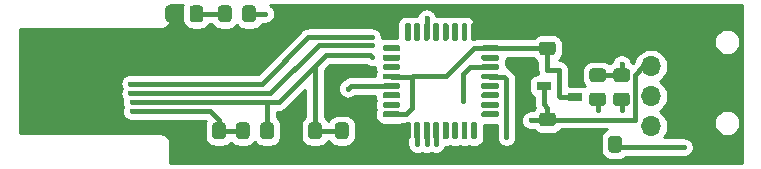
<source format=gbr>
%TF.GenerationSoftware,KiCad,Pcbnew,5.1.6-c6e7f7d~87~ubuntu18.04.1*%
%TF.CreationDate,2020-09-27T19:16:18+01:00*%
%TF.ProjectId,OLED_USB_Stick,4f4c4544-5f55-4534-925f-537469636b2e,rev?*%
%TF.SameCoordinates,Original*%
%TF.FileFunction,Copper,L2,Bot*%
%TF.FilePolarity,Positive*%
%FSLAX46Y46*%
G04 Gerber Fmt 4.6, Leading zero omitted, Abs format (unit mm)*
G04 Created by KiCad (PCBNEW 5.1.6-c6e7f7d~87~ubuntu18.04.1) date 2020-09-27 19:16:18*
%MOMM*%
%LPD*%
G01*
G04 APERTURE LIST*
%TA.AperFunction,ComponentPad*%
%ADD10O,1.700000X1.700000*%
%TD*%
%TA.AperFunction,ComponentPad*%
%ADD11R,1.700000X1.700000*%
%TD*%
%TA.AperFunction,SMDPad,CuDef*%
%ADD12R,1.220000X0.650000*%
%TD*%
%TA.AperFunction,ViaPad*%
%ADD13C,0.400000*%
%TD*%
%TA.AperFunction,Conductor*%
%ADD14C,0.400000*%
%TD*%
%TA.AperFunction,Conductor*%
%ADD15C,0.254000*%
%TD*%
G04 APERTURE END LIST*
%TO.P,R8,2*%
%TO.N,GNDS*%
%TA.AperFunction,SMDPad,CuDef*%
G36*
G01*
X139123000Y-72574999D02*
X139123000Y-73475001D01*
G75*
G02*
X138873001Y-73725000I-249999J0D01*
G01*
X138222999Y-73725000D01*
G75*
G02*
X137973000Y-73475001I0J249999D01*
G01*
X137973000Y-72574999D01*
G75*
G02*
X138222999Y-72325000I249999J0D01*
G01*
X138873001Y-72325000D01*
G75*
G02*
X139123000Y-72574999I0J-249999D01*
G01*
G37*
%TD.AperFunction*%
%TO.P,R8,1*%
%TO.N,Net-(D5-Pad1)*%
%TA.AperFunction,SMDPad,CuDef*%
G36*
G01*
X141173000Y-72574999D02*
X141173000Y-73475001D01*
G75*
G02*
X140923001Y-73725000I-249999J0D01*
G01*
X140272999Y-73725000D01*
G75*
G02*
X140023000Y-73475001I0J249999D01*
G01*
X140023000Y-72574999D01*
G75*
G02*
X140272999Y-72325000I249999J0D01*
G01*
X140923001Y-72325000D01*
G75*
G02*
X141173000Y-72574999I0J-249999D01*
G01*
G37*
%TD.AperFunction*%
%TD*%
%TO.P,D5,2*%
%TO.N,Net-(D5-Pad2)*%
%TA.AperFunction,SMDPad,CuDef*%
G36*
G01*
X144468000Y-73475001D02*
X144468000Y-72574999D01*
G75*
G02*
X144717999Y-72325000I249999J0D01*
G01*
X145368001Y-72325000D01*
G75*
G02*
X145618000Y-72574999I0J-249999D01*
G01*
X145618000Y-73475001D01*
G75*
G02*
X145368001Y-73725000I-249999J0D01*
G01*
X144717999Y-73725000D01*
G75*
G02*
X144468000Y-73475001I0J249999D01*
G01*
G37*
%TD.AperFunction*%
%TO.P,D5,1*%
%TO.N,Net-(D5-Pad1)*%
%TA.AperFunction,SMDPad,CuDef*%
G36*
G01*
X142418000Y-73475001D02*
X142418000Y-72574999D01*
G75*
G02*
X142667999Y-72325000I249999J0D01*
G01*
X143318001Y-72325000D01*
G75*
G02*
X143568000Y-72574999I0J-249999D01*
G01*
X143568000Y-73475001D01*
G75*
G02*
X143318001Y-73725000I-249999J0D01*
G01*
X142667999Y-73725000D01*
G75*
G02*
X142418000Y-73475001I0J249999D01*
G01*
G37*
%TD.AperFunction*%
%TD*%
%TO.P,R7,2*%
%TO.N,/MCU/I2C_SDA*%
%TA.AperFunction,SMDPad,CuDef*%
G36*
G01*
X176143499Y-79698000D02*
X177043501Y-79698000D01*
G75*
G02*
X177293500Y-79947999I0J-249999D01*
G01*
X177293500Y-80598001D01*
G75*
G02*
X177043501Y-80848000I-249999J0D01*
G01*
X176143499Y-80848000D01*
G75*
G02*
X175893500Y-80598001I0J249999D01*
G01*
X175893500Y-79947999D01*
G75*
G02*
X176143499Y-79698000I249999J0D01*
G01*
G37*
%TD.AperFunction*%
%TO.P,R7,1*%
%TO.N,+3V3*%
%TA.AperFunction,SMDPad,CuDef*%
G36*
G01*
X176143499Y-77648000D02*
X177043501Y-77648000D01*
G75*
G02*
X177293500Y-77897999I0J-249999D01*
G01*
X177293500Y-78548001D01*
G75*
G02*
X177043501Y-78798000I-249999J0D01*
G01*
X176143499Y-78798000D01*
G75*
G02*
X175893500Y-78548001I0J249999D01*
G01*
X175893500Y-77897999D01*
G75*
G02*
X176143499Y-77648000I249999J0D01*
G01*
G37*
%TD.AperFunction*%
%TD*%
%TO.P,R6,2*%
%TO.N,/MCU/I2C_SCL*%
%TA.AperFunction,SMDPad,CuDef*%
G36*
G01*
X174111499Y-79698000D02*
X175011501Y-79698000D01*
G75*
G02*
X175261500Y-79947999I0J-249999D01*
G01*
X175261500Y-80598001D01*
G75*
G02*
X175011501Y-80848000I-249999J0D01*
G01*
X174111499Y-80848000D01*
G75*
G02*
X173861500Y-80598001I0J249999D01*
G01*
X173861500Y-79947999D01*
G75*
G02*
X174111499Y-79698000I249999J0D01*
G01*
G37*
%TD.AperFunction*%
%TO.P,R6,1*%
%TO.N,+3V3*%
%TA.AperFunction,SMDPad,CuDef*%
G36*
G01*
X174111499Y-77648000D02*
X175011501Y-77648000D01*
G75*
G02*
X175261500Y-77897999I0J-249999D01*
G01*
X175261500Y-78548001D01*
G75*
G02*
X175011501Y-78798000I-249999J0D01*
G01*
X174111499Y-78798000D01*
G75*
G02*
X173861500Y-78548001I0J249999D01*
G01*
X173861500Y-77897999D01*
G75*
G02*
X174111499Y-77648000I249999J0D01*
G01*
G37*
%TD.AperFunction*%
%TD*%
%TO.P,C3,2*%
%TO.N,GNDS*%
%TA.AperFunction,SMDPad,CuDef*%
G36*
G01*
X154374000Y-83381001D02*
X154374000Y-82480999D01*
G75*
G02*
X154623999Y-82231000I249999J0D01*
G01*
X155274001Y-82231000D01*
G75*
G02*
X155524000Y-82480999I0J-249999D01*
G01*
X155524000Y-83381001D01*
G75*
G02*
X155274001Y-83631000I-249999J0D01*
G01*
X154623999Y-83631000D01*
G75*
G02*
X154374000Y-83381001I0J249999D01*
G01*
G37*
%TD.AperFunction*%
%TO.P,C3,1*%
%TO.N,+5V*%
%TA.AperFunction,SMDPad,CuDef*%
G36*
G01*
X152324000Y-83381001D02*
X152324000Y-82480999D01*
G75*
G02*
X152573999Y-82231000I249999J0D01*
G01*
X153224001Y-82231000D01*
G75*
G02*
X153474000Y-82480999I0J-249999D01*
G01*
X153474000Y-83381001D01*
G75*
G02*
X153224001Y-83631000I-249999J0D01*
G01*
X152573999Y-83631000D01*
G75*
G02*
X152324000Y-83381001I0J249999D01*
G01*
G37*
%TD.AperFunction*%
%TD*%
%TO.P,C1,2*%
%TO.N,GNDS*%
%TA.AperFunction,SMDPad,CuDef*%
G36*
G01*
X141028000Y-82480999D02*
X141028000Y-83381001D01*
G75*
G02*
X140778001Y-83631000I-249999J0D01*
G01*
X140127999Y-83631000D01*
G75*
G02*
X139878000Y-83381001I0J249999D01*
G01*
X139878000Y-82480999D01*
G75*
G02*
X140127999Y-82231000I249999J0D01*
G01*
X140778001Y-82231000D01*
G75*
G02*
X141028000Y-82480999I0J-249999D01*
G01*
G37*
%TD.AperFunction*%
%TO.P,C1,1*%
%TO.N,Net-(C1-Pad1)*%
%TA.AperFunction,SMDPad,CuDef*%
G36*
G01*
X143078000Y-82480999D02*
X143078000Y-83381001D01*
G75*
G02*
X142828001Y-83631000I-249999J0D01*
G01*
X142177999Y-83631000D01*
G75*
G02*
X141928000Y-83381001I0J249999D01*
G01*
X141928000Y-82480999D01*
G75*
G02*
X142177999Y-82231000I249999J0D01*
G01*
X142828001Y-82231000D01*
G75*
G02*
X143078000Y-82480999I0J-249999D01*
G01*
G37*
%TD.AperFunction*%
%TD*%
%TO.P,C2,2*%
%TO.N,+5V*%
%TA.AperFunction,SMDPad,CuDef*%
G36*
G01*
X150056000Y-83381001D02*
X150056000Y-82480999D01*
G75*
G02*
X150305999Y-82231000I249999J0D01*
G01*
X150956001Y-82231000D01*
G75*
G02*
X151206000Y-82480999I0J-249999D01*
G01*
X151206000Y-83381001D01*
G75*
G02*
X150956001Y-83631000I-249999J0D01*
G01*
X150305999Y-83631000D01*
G75*
G02*
X150056000Y-83381001I0J249999D01*
G01*
G37*
%TD.AperFunction*%
%TO.P,C2,1*%
%TO.N,GNDS*%
%TA.AperFunction,SMDPad,CuDef*%
G36*
G01*
X148006000Y-83381001D02*
X148006000Y-82480999D01*
G75*
G02*
X148255999Y-82231000I249999J0D01*
G01*
X148906001Y-82231000D01*
G75*
G02*
X149156000Y-82480999I0J-249999D01*
G01*
X149156000Y-83381001D01*
G75*
G02*
X148906001Y-83631000I-249999J0D01*
G01*
X148255999Y-83631000D01*
G75*
G02*
X148006000Y-83381001I0J249999D01*
G01*
G37*
%TD.AperFunction*%
%TD*%
%TO.P,FB1,2*%
%TO.N,+5V*%
%TA.AperFunction,SMDPad,CuDef*%
G36*
G01*
X145992000Y-83381001D02*
X145992000Y-82480999D01*
G75*
G02*
X146241999Y-82231000I249999J0D01*
G01*
X146892001Y-82231000D01*
G75*
G02*
X147142000Y-82480999I0J-249999D01*
G01*
X147142000Y-83381001D01*
G75*
G02*
X146892001Y-83631000I-249999J0D01*
G01*
X146241999Y-83631000D01*
G75*
G02*
X145992000Y-83381001I0J249999D01*
G01*
G37*
%TD.AperFunction*%
%TO.P,FB1,1*%
%TO.N,Net-(C1-Pad1)*%
%TA.AperFunction,SMDPad,CuDef*%
G36*
G01*
X143942000Y-83381001D02*
X143942000Y-82480999D01*
G75*
G02*
X144191999Y-82231000I249999J0D01*
G01*
X144842001Y-82231000D01*
G75*
G02*
X145092000Y-82480999I0J-249999D01*
G01*
X145092000Y-83381001D01*
G75*
G02*
X144842001Y-83631000I-249999J0D01*
G01*
X144191999Y-83631000D01*
G75*
G02*
X143942000Y-83381001I0J249999D01*
G01*
G37*
%TD.AperFunction*%
%TD*%
D10*
%TO.P,J3,4*%
%TO.N,/MCU/I2C_SDA*%
X179070000Y-82550000D03*
%TO.P,J3,3*%
%TO.N,/MCU/I2C_SCL*%
X179070000Y-80010000D03*
%TO.P,J3,2*%
%TO.N,+5V*%
X179070000Y-77470000D03*
D11*
%TO.P,J3,1*%
%TO.N,GNDS*%
X179070000Y-74930000D03*
%TD*%
%TO.P,R5,2*%
%TO.N,GNDS*%
%TA.AperFunction,SMDPad,CuDef*%
G36*
G01*
X174556000Y-83623999D02*
X174556000Y-84524001D01*
G75*
G02*
X174306001Y-84774000I-249999J0D01*
G01*
X173655999Y-84774000D01*
G75*
G02*
X173406000Y-84524001I0J249999D01*
G01*
X173406000Y-83623999D01*
G75*
G02*
X173655999Y-83374000I249999J0D01*
G01*
X174306001Y-83374000D01*
G75*
G02*
X174556000Y-83623999I0J-249999D01*
G01*
G37*
%TD.AperFunction*%
%TO.P,R5,1*%
%TO.N,Net-(R5-Pad1)*%
%TA.AperFunction,SMDPad,CuDef*%
G36*
G01*
X176606000Y-83623999D02*
X176606000Y-84524001D01*
G75*
G02*
X176356001Y-84774000I-249999J0D01*
G01*
X175705999Y-84774000D01*
G75*
G02*
X175456000Y-84524001I0J249999D01*
G01*
X175456000Y-83623999D01*
G75*
G02*
X175705999Y-83374000I249999J0D01*
G01*
X176356001Y-83374000D01*
G75*
G02*
X176606000Y-83623999I0J-249999D01*
G01*
G37*
%TD.AperFunction*%
%TD*%
%TO.P,U3,32*%
%TO.N,GNDS*%
%TA.AperFunction,SMDPad,CuDef*%
G36*
G01*
X158240000Y-83540000D02*
X158240000Y-82290000D01*
G75*
G02*
X158365000Y-82165000I125000J0D01*
G01*
X158615000Y-82165000D01*
G75*
G02*
X158740000Y-82290000I0J-125000D01*
G01*
X158740000Y-83540000D01*
G75*
G02*
X158615000Y-83665000I-125000J0D01*
G01*
X158365000Y-83665000D01*
G75*
G02*
X158240000Y-83540000I0J125000D01*
G01*
G37*
%TD.AperFunction*%
%TO.P,U3,31*%
%TO.N,Net-(SW1-Pad2)*%
%TA.AperFunction,SMDPad,CuDef*%
G36*
G01*
X159040000Y-83540000D02*
X159040000Y-82290000D01*
G75*
G02*
X159165000Y-82165000I125000J0D01*
G01*
X159415000Y-82165000D01*
G75*
G02*
X159540000Y-82290000I0J-125000D01*
G01*
X159540000Y-83540000D01*
G75*
G02*
X159415000Y-83665000I-125000J0D01*
G01*
X159165000Y-83665000D01*
G75*
G02*
X159040000Y-83540000I0J125000D01*
G01*
G37*
%TD.AperFunction*%
%TO.P,U3,30*%
%TO.N,/MCU/I2C_SDA*%
%TA.AperFunction,SMDPad,CuDef*%
G36*
G01*
X159840000Y-83540000D02*
X159840000Y-82290000D01*
G75*
G02*
X159965000Y-82165000I125000J0D01*
G01*
X160215000Y-82165000D01*
G75*
G02*
X160340000Y-82290000I0J-125000D01*
G01*
X160340000Y-83540000D01*
G75*
G02*
X160215000Y-83665000I-125000J0D01*
G01*
X159965000Y-83665000D01*
G75*
G02*
X159840000Y-83540000I0J125000D01*
G01*
G37*
%TD.AperFunction*%
%TO.P,U3,29*%
%TO.N,/MCU/I2C_SCL*%
%TA.AperFunction,SMDPad,CuDef*%
G36*
G01*
X160640000Y-83540000D02*
X160640000Y-82290000D01*
G75*
G02*
X160765000Y-82165000I125000J0D01*
G01*
X161015000Y-82165000D01*
G75*
G02*
X161140000Y-82290000I0J-125000D01*
G01*
X161140000Y-83540000D01*
G75*
G02*
X161015000Y-83665000I-125000J0D01*
G01*
X160765000Y-83665000D01*
G75*
G02*
X160640000Y-83540000I0J125000D01*
G01*
G37*
%TD.AperFunction*%
%TO.P,U3,28*%
%TO.N,Net-(U3-Pad28)*%
%TA.AperFunction,SMDPad,CuDef*%
G36*
G01*
X161440000Y-83540000D02*
X161440000Y-82290000D01*
G75*
G02*
X161565000Y-82165000I125000J0D01*
G01*
X161815000Y-82165000D01*
G75*
G02*
X161940000Y-82290000I0J-125000D01*
G01*
X161940000Y-83540000D01*
G75*
G02*
X161815000Y-83665000I-125000J0D01*
G01*
X161565000Y-83665000D01*
G75*
G02*
X161440000Y-83540000I0J125000D01*
G01*
G37*
%TD.AperFunction*%
%TO.P,U3,27*%
%TO.N,Net-(U3-Pad27)*%
%TA.AperFunction,SMDPad,CuDef*%
G36*
G01*
X162240000Y-83540000D02*
X162240000Y-82290000D01*
G75*
G02*
X162365000Y-82165000I125000J0D01*
G01*
X162615000Y-82165000D01*
G75*
G02*
X162740000Y-82290000I0J-125000D01*
G01*
X162740000Y-83540000D01*
G75*
G02*
X162615000Y-83665000I-125000J0D01*
G01*
X162365000Y-83665000D01*
G75*
G02*
X162240000Y-83540000I0J125000D01*
G01*
G37*
%TD.AperFunction*%
%TO.P,U3,26*%
%TO.N,Net-(U3-Pad26)*%
%TA.AperFunction,SMDPad,CuDef*%
G36*
G01*
X163040000Y-83540000D02*
X163040000Y-82290000D01*
G75*
G02*
X163165000Y-82165000I125000J0D01*
G01*
X163415000Y-82165000D01*
G75*
G02*
X163540000Y-82290000I0J-125000D01*
G01*
X163540000Y-83540000D01*
G75*
G02*
X163415000Y-83665000I-125000J0D01*
G01*
X163165000Y-83665000D01*
G75*
G02*
X163040000Y-83540000I0J125000D01*
G01*
G37*
%TD.AperFunction*%
%TO.P,U3,25*%
%TO.N,Net-(U3-Pad25)*%
%TA.AperFunction,SMDPad,CuDef*%
G36*
G01*
X163840000Y-83540000D02*
X163840000Y-82290000D01*
G75*
G02*
X163965000Y-82165000I125000J0D01*
G01*
X164215000Y-82165000D01*
G75*
G02*
X164340000Y-82290000I0J-125000D01*
G01*
X164340000Y-83540000D01*
G75*
G02*
X164215000Y-83665000I-125000J0D01*
G01*
X163965000Y-83665000D01*
G75*
G02*
X163840000Y-83540000I0J125000D01*
G01*
G37*
%TD.AperFunction*%
%TO.P,U3,24*%
%TO.N,Net-(U3-Pad24)*%
%TA.AperFunction,SMDPad,CuDef*%
G36*
G01*
X164715000Y-81665000D02*
X164715000Y-81415000D01*
G75*
G02*
X164840000Y-81290000I125000J0D01*
G01*
X166090000Y-81290000D01*
G75*
G02*
X166215000Y-81415000I0J-125000D01*
G01*
X166215000Y-81665000D01*
G75*
G02*
X166090000Y-81790000I-125000J0D01*
G01*
X164840000Y-81790000D01*
G75*
G02*
X164715000Y-81665000I0J125000D01*
G01*
G37*
%TD.AperFunction*%
%TO.P,U3,23*%
%TO.N,Net-(U3-Pad23)*%
%TA.AperFunction,SMDPad,CuDef*%
G36*
G01*
X164715000Y-80865000D02*
X164715000Y-80615000D01*
G75*
G02*
X164840000Y-80490000I125000J0D01*
G01*
X166090000Y-80490000D01*
G75*
G02*
X166215000Y-80615000I0J-125000D01*
G01*
X166215000Y-80865000D01*
G75*
G02*
X166090000Y-80990000I-125000J0D01*
G01*
X164840000Y-80990000D01*
G75*
G02*
X164715000Y-80865000I0J125000D01*
G01*
G37*
%TD.AperFunction*%
%TO.P,U3,22*%
%TO.N,Net-(U3-Pad22)*%
%TA.AperFunction,SMDPad,CuDef*%
G36*
G01*
X164715000Y-80065000D02*
X164715000Y-79815000D01*
G75*
G02*
X164840000Y-79690000I125000J0D01*
G01*
X166090000Y-79690000D01*
G75*
G02*
X166215000Y-79815000I0J-125000D01*
G01*
X166215000Y-80065000D01*
G75*
G02*
X166090000Y-80190000I-125000J0D01*
G01*
X164840000Y-80190000D01*
G75*
G02*
X164715000Y-80065000I0J125000D01*
G01*
G37*
%TD.AperFunction*%
%TO.P,U3,21*%
%TO.N,Net-(U3-Pad21)*%
%TA.AperFunction,SMDPad,CuDef*%
G36*
G01*
X164715000Y-79265000D02*
X164715000Y-79015000D01*
G75*
G02*
X164840000Y-78890000I125000J0D01*
G01*
X166090000Y-78890000D01*
G75*
G02*
X166215000Y-79015000I0J-125000D01*
G01*
X166215000Y-79265000D01*
G75*
G02*
X166090000Y-79390000I-125000J0D01*
G01*
X164840000Y-79390000D01*
G75*
G02*
X164715000Y-79265000I0J125000D01*
G01*
G37*
%TD.AperFunction*%
%TO.P,U3,20*%
%TO.N,/USB_TO_RS232/FT232_TX*%
%TA.AperFunction,SMDPad,CuDef*%
G36*
G01*
X164715000Y-78465000D02*
X164715000Y-78215000D01*
G75*
G02*
X164840000Y-78090000I125000J0D01*
G01*
X166090000Y-78090000D01*
G75*
G02*
X166215000Y-78215000I0J-125000D01*
G01*
X166215000Y-78465000D01*
G75*
G02*
X166090000Y-78590000I-125000J0D01*
G01*
X164840000Y-78590000D01*
G75*
G02*
X164715000Y-78465000I0J125000D01*
G01*
G37*
%TD.AperFunction*%
%TO.P,U3,19*%
%TO.N,/USB_TO_RS232/FT232_RX*%
%TA.AperFunction,SMDPad,CuDef*%
G36*
G01*
X164715000Y-77665000D02*
X164715000Y-77415000D01*
G75*
G02*
X164840000Y-77290000I125000J0D01*
G01*
X166090000Y-77290000D01*
G75*
G02*
X166215000Y-77415000I0J-125000D01*
G01*
X166215000Y-77665000D01*
G75*
G02*
X166090000Y-77790000I-125000J0D01*
G01*
X164840000Y-77790000D01*
G75*
G02*
X164715000Y-77665000I0J125000D01*
G01*
G37*
%TD.AperFunction*%
%TO.P,U3,18*%
%TO.N,Net-(U3-Pad18)*%
%TA.AperFunction,SMDPad,CuDef*%
G36*
G01*
X164715000Y-76865000D02*
X164715000Y-76615000D01*
G75*
G02*
X164840000Y-76490000I125000J0D01*
G01*
X166090000Y-76490000D01*
G75*
G02*
X166215000Y-76615000I0J-125000D01*
G01*
X166215000Y-76865000D01*
G75*
G02*
X166090000Y-76990000I-125000J0D01*
G01*
X164840000Y-76990000D01*
G75*
G02*
X164715000Y-76865000I0J125000D01*
G01*
G37*
%TD.AperFunction*%
%TO.P,U3,17*%
%TO.N,+3V3*%
%TA.AperFunction,SMDPad,CuDef*%
G36*
G01*
X164715000Y-76065000D02*
X164715000Y-75815000D01*
G75*
G02*
X164840000Y-75690000I125000J0D01*
G01*
X166090000Y-75690000D01*
G75*
G02*
X166215000Y-75815000I0J-125000D01*
G01*
X166215000Y-76065000D01*
G75*
G02*
X166090000Y-76190000I-125000J0D01*
G01*
X164840000Y-76190000D01*
G75*
G02*
X164715000Y-76065000I0J125000D01*
G01*
G37*
%TD.AperFunction*%
%TO.P,U3,16*%
%TO.N,GNDS*%
%TA.AperFunction,SMDPad,CuDef*%
G36*
G01*
X163840000Y-75190000D02*
X163840000Y-73940000D01*
G75*
G02*
X163965000Y-73815000I125000J0D01*
G01*
X164215000Y-73815000D01*
G75*
G02*
X164340000Y-73940000I0J-125000D01*
G01*
X164340000Y-75190000D01*
G75*
G02*
X164215000Y-75315000I-125000J0D01*
G01*
X163965000Y-75315000D01*
G75*
G02*
X163840000Y-75190000I0J125000D01*
G01*
G37*
%TD.AperFunction*%
%TO.P,U3,15*%
%TO.N,Net-(U3-Pad15)*%
%TA.AperFunction,SMDPad,CuDef*%
G36*
G01*
X163040000Y-75190000D02*
X163040000Y-73940000D01*
G75*
G02*
X163165000Y-73815000I125000J0D01*
G01*
X163415000Y-73815000D01*
G75*
G02*
X163540000Y-73940000I0J-125000D01*
G01*
X163540000Y-75190000D01*
G75*
G02*
X163415000Y-75315000I-125000J0D01*
G01*
X163165000Y-75315000D01*
G75*
G02*
X163040000Y-75190000I0J125000D01*
G01*
G37*
%TD.AperFunction*%
%TO.P,U3,14*%
%TO.N,Net-(U3-Pad14)*%
%TA.AperFunction,SMDPad,CuDef*%
G36*
G01*
X162240000Y-75190000D02*
X162240000Y-73940000D01*
G75*
G02*
X162365000Y-73815000I125000J0D01*
G01*
X162615000Y-73815000D01*
G75*
G02*
X162740000Y-73940000I0J-125000D01*
G01*
X162740000Y-75190000D01*
G75*
G02*
X162615000Y-75315000I-125000J0D01*
G01*
X162365000Y-75315000D01*
G75*
G02*
X162240000Y-75190000I0J125000D01*
G01*
G37*
%TD.AperFunction*%
%TO.P,U3,13*%
%TO.N,Net-(U3-Pad13)*%
%TA.AperFunction,SMDPad,CuDef*%
G36*
G01*
X161440000Y-75190000D02*
X161440000Y-73940000D01*
G75*
G02*
X161565000Y-73815000I125000J0D01*
G01*
X161815000Y-73815000D01*
G75*
G02*
X161940000Y-73940000I0J-125000D01*
G01*
X161940000Y-75190000D01*
G75*
G02*
X161815000Y-75315000I-125000J0D01*
G01*
X161565000Y-75315000D01*
G75*
G02*
X161440000Y-75190000I0J125000D01*
G01*
G37*
%TD.AperFunction*%
%TO.P,U3,12*%
%TO.N,Net-(U3-Pad12)*%
%TA.AperFunction,SMDPad,CuDef*%
G36*
G01*
X160640000Y-75190000D02*
X160640000Y-73940000D01*
G75*
G02*
X160765000Y-73815000I125000J0D01*
G01*
X161015000Y-73815000D01*
G75*
G02*
X161140000Y-73940000I0J-125000D01*
G01*
X161140000Y-75190000D01*
G75*
G02*
X161015000Y-75315000I-125000J0D01*
G01*
X160765000Y-75315000D01*
G75*
G02*
X160640000Y-75190000I0J125000D01*
G01*
G37*
%TD.AperFunction*%
%TO.P,U3,11*%
%TO.N,Net-(D5-Pad2)*%
%TA.AperFunction,SMDPad,CuDef*%
G36*
G01*
X159840000Y-75190000D02*
X159840000Y-73940000D01*
G75*
G02*
X159965000Y-73815000I125000J0D01*
G01*
X160215000Y-73815000D01*
G75*
G02*
X160340000Y-73940000I0J-125000D01*
G01*
X160340000Y-75190000D01*
G75*
G02*
X160215000Y-75315000I-125000J0D01*
G01*
X159965000Y-75315000D01*
G75*
G02*
X159840000Y-75190000I0J125000D01*
G01*
G37*
%TD.AperFunction*%
%TO.P,U3,10*%
%TO.N,Net-(U3-Pad10)*%
%TA.AperFunction,SMDPad,CuDef*%
G36*
G01*
X159040000Y-75190000D02*
X159040000Y-73940000D01*
G75*
G02*
X159165000Y-73815000I125000J0D01*
G01*
X159415000Y-73815000D01*
G75*
G02*
X159540000Y-73940000I0J-125000D01*
G01*
X159540000Y-75190000D01*
G75*
G02*
X159415000Y-75315000I-125000J0D01*
G01*
X159165000Y-75315000D01*
G75*
G02*
X159040000Y-75190000I0J125000D01*
G01*
G37*
%TD.AperFunction*%
%TO.P,U3,9*%
%TO.N,Net-(U3-Pad9)*%
%TA.AperFunction,SMDPad,CuDef*%
G36*
G01*
X158240000Y-75190000D02*
X158240000Y-73940000D01*
G75*
G02*
X158365000Y-73815000I125000J0D01*
G01*
X158615000Y-73815000D01*
G75*
G02*
X158740000Y-73940000I0J-125000D01*
G01*
X158740000Y-75190000D01*
G75*
G02*
X158615000Y-75315000I-125000J0D01*
G01*
X158365000Y-75315000D01*
G75*
G02*
X158240000Y-75190000I0J125000D01*
G01*
G37*
%TD.AperFunction*%
%TO.P,U3,8*%
%TO.N,Net-(U3-Pad8)*%
%TA.AperFunction,SMDPad,CuDef*%
G36*
G01*
X156365000Y-76065000D02*
X156365000Y-75815000D01*
G75*
G02*
X156490000Y-75690000I125000J0D01*
G01*
X157740000Y-75690000D01*
G75*
G02*
X157865000Y-75815000I0J-125000D01*
G01*
X157865000Y-76065000D01*
G75*
G02*
X157740000Y-76190000I-125000J0D01*
G01*
X156490000Y-76190000D01*
G75*
G02*
X156365000Y-76065000I0J125000D01*
G01*
G37*
%TD.AperFunction*%
%TO.P,U3,7*%
%TO.N,Net-(U3-Pad7)*%
%TA.AperFunction,SMDPad,CuDef*%
G36*
G01*
X156365000Y-76865000D02*
X156365000Y-76615000D01*
G75*
G02*
X156490000Y-76490000I125000J0D01*
G01*
X157740000Y-76490000D01*
G75*
G02*
X157865000Y-76615000I0J-125000D01*
G01*
X157865000Y-76865000D01*
G75*
G02*
X157740000Y-76990000I-125000J0D01*
G01*
X156490000Y-76990000D01*
G75*
G02*
X156365000Y-76865000I0J125000D01*
G01*
G37*
%TD.AperFunction*%
%TO.P,U3,6*%
%TO.N,Net-(U3-Pad6)*%
%TA.AperFunction,SMDPad,CuDef*%
G36*
G01*
X156365000Y-77665000D02*
X156365000Y-77415000D01*
G75*
G02*
X156490000Y-77290000I125000J0D01*
G01*
X157740000Y-77290000D01*
G75*
G02*
X157865000Y-77415000I0J-125000D01*
G01*
X157865000Y-77665000D01*
G75*
G02*
X157740000Y-77790000I-125000J0D01*
G01*
X156490000Y-77790000D01*
G75*
G02*
X156365000Y-77665000I0J125000D01*
G01*
G37*
%TD.AperFunction*%
%TO.P,U3,5*%
%TO.N,+3V3*%
%TA.AperFunction,SMDPad,CuDef*%
G36*
G01*
X156365000Y-78465000D02*
X156365000Y-78215000D01*
G75*
G02*
X156490000Y-78090000I125000J0D01*
G01*
X157740000Y-78090000D01*
G75*
G02*
X157865000Y-78215000I0J-125000D01*
G01*
X157865000Y-78465000D01*
G75*
G02*
X157740000Y-78590000I-125000J0D01*
G01*
X156490000Y-78590000D01*
G75*
G02*
X156365000Y-78465000I0J125000D01*
G01*
G37*
%TD.AperFunction*%
%TO.P,U3,4*%
%TO.N,Net-(C10-Pad1)*%
%TA.AperFunction,SMDPad,CuDef*%
G36*
G01*
X156365000Y-79265000D02*
X156365000Y-79015000D01*
G75*
G02*
X156490000Y-78890000I125000J0D01*
G01*
X157740000Y-78890000D01*
G75*
G02*
X157865000Y-79015000I0J-125000D01*
G01*
X157865000Y-79265000D01*
G75*
G02*
X157740000Y-79390000I-125000J0D01*
G01*
X156490000Y-79390000D01*
G75*
G02*
X156365000Y-79265000I0J125000D01*
G01*
G37*
%TD.AperFunction*%
%TO.P,U3,3*%
%TO.N,Net-(U3-Pad3)*%
%TA.AperFunction,SMDPad,CuDef*%
G36*
G01*
X156365000Y-80065000D02*
X156365000Y-79815000D01*
G75*
G02*
X156490000Y-79690000I125000J0D01*
G01*
X157740000Y-79690000D01*
G75*
G02*
X157865000Y-79815000I0J-125000D01*
G01*
X157865000Y-80065000D01*
G75*
G02*
X157740000Y-80190000I-125000J0D01*
G01*
X156490000Y-80190000D01*
G75*
G02*
X156365000Y-80065000I0J125000D01*
G01*
G37*
%TD.AperFunction*%
%TO.P,U3,2*%
%TO.N,Net-(U3-Pad2)*%
%TA.AperFunction,SMDPad,CuDef*%
G36*
G01*
X156365000Y-80865000D02*
X156365000Y-80615000D01*
G75*
G02*
X156490000Y-80490000I125000J0D01*
G01*
X157740000Y-80490000D01*
G75*
G02*
X157865000Y-80615000I0J-125000D01*
G01*
X157865000Y-80865000D01*
G75*
G02*
X157740000Y-80990000I-125000J0D01*
G01*
X156490000Y-80990000D01*
G75*
G02*
X156365000Y-80865000I0J125000D01*
G01*
G37*
%TD.AperFunction*%
%TO.P,U3,1*%
%TO.N,+3V3*%
%TA.AperFunction,SMDPad,CuDef*%
G36*
G01*
X156365000Y-81665000D02*
X156365000Y-81415000D01*
G75*
G02*
X156490000Y-81290000I125000J0D01*
G01*
X157740000Y-81290000D01*
G75*
G02*
X157865000Y-81415000I0J-125000D01*
G01*
X157865000Y-81665000D01*
G75*
G02*
X157740000Y-81790000I-125000J0D01*
G01*
X156490000Y-81790000D01*
G75*
G02*
X156365000Y-81665000I0J125000D01*
G01*
G37*
%TD.AperFunction*%
%TD*%
D12*
%TO.P,U2,3*%
%TO.N,+5V*%
X170013000Y-79121000D03*
%TO.P,U2,2*%
%TO.N,+3V3*%
X172633000Y-80071000D03*
%TO.P,U2,1*%
%TO.N,GNDS*%
X172633000Y-78171000D03*
%TD*%
%TO.P,C8,2*%
%TO.N,GNDS*%
%TA.AperFunction,SMDPad,CuDef*%
G36*
G01*
X170757001Y-74480000D02*
X169856999Y-74480000D01*
G75*
G02*
X169607000Y-74230001I0J249999D01*
G01*
X169607000Y-73579999D01*
G75*
G02*
X169856999Y-73330000I249999J0D01*
G01*
X170757001Y-73330000D01*
G75*
G02*
X171007000Y-73579999I0J-249999D01*
G01*
X171007000Y-74230001D01*
G75*
G02*
X170757001Y-74480000I-249999J0D01*
G01*
G37*
%TD.AperFunction*%
%TO.P,C8,1*%
%TO.N,+3V3*%
%TA.AperFunction,SMDPad,CuDef*%
G36*
G01*
X170757001Y-76530000D02*
X169856999Y-76530000D01*
G75*
G02*
X169607000Y-76280001I0J249999D01*
G01*
X169607000Y-75629999D01*
G75*
G02*
X169856999Y-75380000I249999J0D01*
G01*
X170757001Y-75380000D01*
G75*
G02*
X171007000Y-75629999I0J-249999D01*
G01*
X171007000Y-76280001D01*
G75*
G02*
X170757001Y-76530000I-249999J0D01*
G01*
G37*
%TD.AperFunction*%
%TD*%
%TO.P,C5,2*%
%TO.N,+5V*%
%TA.AperFunction,SMDPad,CuDef*%
G36*
G01*
X170757001Y-82544500D02*
X169856999Y-82544500D01*
G75*
G02*
X169607000Y-82294501I0J249999D01*
G01*
X169607000Y-81644499D01*
G75*
G02*
X169856999Y-81394500I249999J0D01*
G01*
X170757001Y-81394500D01*
G75*
G02*
X171007000Y-81644499I0J-249999D01*
G01*
X171007000Y-82294501D01*
G75*
G02*
X170757001Y-82544500I-249999J0D01*
G01*
G37*
%TD.AperFunction*%
%TO.P,C5,1*%
%TO.N,GNDS*%
%TA.AperFunction,SMDPad,CuDef*%
G36*
G01*
X170757001Y-84594500D02*
X169856999Y-84594500D01*
G75*
G02*
X169607000Y-84344501I0J249999D01*
G01*
X169607000Y-83694499D01*
G75*
G02*
X169856999Y-83444500I249999J0D01*
G01*
X170757001Y-83444500D01*
G75*
G02*
X171007000Y-83694499I0J-249999D01*
G01*
X171007000Y-84344501D01*
G75*
G02*
X170757001Y-84594500I-249999J0D01*
G01*
G37*
%TD.AperFunction*%
%TD*%
D13*
%TO.N,GNDS*%
X153416000Y-80645000D03*
X146685000Y-76327000D03*
X134302500Y-75247500D03*
X171577000Y-73977500D03*
X156464000Y-73914000D03*
%TO.N,Net-(C1-Pad1)*%
X135128000Y-81280000D03*
%TO.N,+5V*%
X168910000Y-82042000D03*
X135128000Y-80518000D03*
X155448000Y-76708000D03*
%TO.N,+3V3*%
X167957500Y-75946000D03*
X176593500Y-77279500D03*
%TO.N,Net-(J1-Pad3)*%
X135001000Y-78930500D03*
X155448000Y-75023000D03*
%TO.N,Net-(J1-Pad2)*%
X135000964Y-79756010D03*
X155448000Y-75692000D03*
%TO.N,/MCU/I2C_SDA*%
X160090000Y-84074000D03*
X176593500Y-81153000D03*
%TO.N,/MCU/I2C_SCL*%
X160890000Y-84055000D03*
X174561500Y-81153000D03*
%TO.N,Net-(C10-Pad1)*%
X153416000Y-79375000D03*
%TO.N,Net-(R5-Pad1)*%
X181864000Y-84328000D03*
%TO.N,Net-(SW1-Pad2)*%
X159290000Y-84074000D03*
%TO.N,/USB_TO_RS232/FT232_RX*%
X163195000Y-80391000D03*
%TO.N,/USB_TO_RS232/FT232_TX*%
X166844000Y-83473000D03*
%TO.N,Net-(D5-Pad2)*%
X146431000Y-73025000D03*
X160083500Y-73406000D03*
%TD*%
D14*
%TO.N,Net-(C1-Pad1)*%
X142503000Y-82931000D02*
X144517000Y-82931000D01*
X142494000Y-82042000D02*
X142494000Y-82931000D01*
X141732000Y-81280000D02*
X142494000Y-82042000D01*
X135128000Y-81280000D02*
X141732000Y-81280000D01*
%TO.N,+5V*%
X152908000Y-82931000D02*
X150622000Y-82931000D01*
X150486000Y-82813000D02*
X150631000Y-82958000D01*
X150622000Y-82931000D02*
X150622000Y-77470000D01*
X170307000Y-80975200D02*
X170307000Y-82042000D01*
X170013000Y-79121000D02*
X170013000Y-80681200D01*
X170013000Y-80681200D02*
X170307000Y-80975200D01*
X170116500Y-82042000D02*
X168910000Y-82042000D01*
X170243500Y-81915000D02*
X170116500Y-82042000D01*
X146558000Y-82867500D02*
X146558000Y-80518000D01*
X147574000Y-80518000D02*
X150622000Y-77470000D01*
X146558000Y-80518000D02*
X147574000Y-80518000D01*
X135410842Y-80518000D02*
X135128000Y-80518000D01*
X146558000Y-80518000D02*
X135410842Y-80518000D01*
X178435000Y-77470000D02*
X179070000Y-77470000D01*
X177736500Y-78168500D02*
X178435000Y-77470000D01*
X170332400Y-81978500D02*
X177736500Y-81978500D01*
X177736500Y-81978500D02*
X177736500Y-78168500D01*
X151536400Y-76555600D02*
X150622000Y-77470000D01*
X155295600Y-76555600D02*
X151536400Y-76555600D01*
X155448000Y-76708000D02*
X155295600Y-76555600D01*
%TO.N,+3V3*%
X157115000Y-81540000D02*
X158363000Y-81540000D01*
X158363000Y-81540000D02*
X158858000Y-81045000D01*
X158858000Y-81045000D02*
X158858000Y-78340000D01*
X157115000Y-78340000D02*
X158858000Y-78340000D01*
X172633000Y-80071000D02*
X171414400Y-80071000D01*
X164090000Y-75940000D02*
X165465000Y-75940000D01*
X161734500Y-78295500D02*
X164090000Y-75940000D01*
X158858000Y-78340000D02*
X158902500Y-78295500D01*
X158902500Y-78295500D02*
X161734500Y-78295500D01*
X167957500Y-75946000D02*
X167951500Y-75940000D01*
X167951500Y-75940000D02*
X165465000Y-75940000D01*
X167957500Y-75946000D02*
X170370500Y-75946000D01*
X170307000Y-77800200D02*
X170307000Y-75987800D01*
X170307000Y-75987800D02*
X170281600Y-75962400D01*
X171297600Y-79954200D02*
X171297600Y-77800200D01*
X171297600Y-77800200D02*
X170307000Y-77800200D01*
X174561500Y-78223000D02*
X176593500Y-78223000D01*
X176593500Y-78223000D02*
X176593500Y-77279500D01*
%TO.N,Net-(J1-Pad3)*%
X150084500Y-75023000D02*
X146177000Y-78930500D01*
X146177000Y-78930500D02*
X135001000Y-78930500D01*
X155448000Y-75023000D02*
X150084500Y-75023000D01*
%TO.N,Net-(J1-Pad2)*%
X155429000Y-75673000D02*
X150945800Y-75673000D01*
X150945800Y-75673000D02*
X146862790Y-79756010D01*
X155448000Y-75692000D02*
X155429000Y-75673000D01*
X146862790Y-79756010D02*
X135000964Y-79756010D01*
%TO.N,/MCU/I2C_SDA*%
X160090000Y-82915000D02*
X160090000Y-84074000D01*
X176593500Y-80273000D02*
X176593500Y-81153000D01*
%TO.N,/MCU/I2C_SCL*%
X160890000Y-82915000D02*
X160890000Y-84055000D01*
X174561500Y-80273000D02*
X174561500Y-81153000D01*
%TO.N,Net-(C10-Pad1)*%
X153651000Y-79140000D02*
X153416000Y-79375000D01*
X157115000Y-79140000D02*
X153651000Y-79140000D01*
%TO.N,Net-(R5-Pad1)*%
X181864000Y-84328000D02*
X176530000Y-84328000D01*
X176530000Y-84328000D02*
X176276000Y-84074000D01*
%TO.N,Net-(SW1-Pad2)*%
X159290000Y-82915000D02*
X159290000Y-84074000D01*
%TO.N,/USB_TO_RS232/FT232_RX*%
X163195000Y-80391000D02*
X163195000Y-78105000D01*
X163195000Y-78105000D02*
X163760000Y-77540000D01*
X163760000Y-77540000D02*
X165465000Y-77540000D01*
%TO.N,/USB_TO_RS232/FT232_TX*%
X166844000Y-78579000D02*
X166844000Y-83473000D01*
X166605000Y-78340000D02*
X166844000Y-78579000D01*
X165465000Y-78340000D02*
X166605000Y-78340000D01*
%TO.N,Net-(D5-Pad2)*%
X145043000Y-73025000D02*
X146431000Y-73025000D01*
X160090000Y-73412500D02*
X160090000Y-74565000D01*
X160083500Y-73406000D02*
X160090000Y-73412500D01*
%TO.N,Net-(D5-Pad1)*%
X142993000Y-73025000D02*
X140598000Y-73025000D01*
%TD*%
D15*
%TO.N,GNDS*%
G36*
X139401992Y-72401745D02*
G01*
X139384928Y-72574999D01*
X139384928Y-73475001D01*
X139401992Y-73648255D01*
X139452528Y-73814851D01*
X139534595Y-73968387D01*
X139645038Y-74102962D01*
X139779613Y-74213405D01*
X139933149Y-74295472D01*
X140099745Y-74346008D01*
X140272999Y-74363072D01*
X140923001Y-74363072D01*
X141096255Y-74346008D01*
X141262851Y-74295472D01*
X141416387Y-74213405D01*
X141550962Y-74102962D01*
X141661405Y-73968387D01*
X141719339Y-73860000D01*
X141871661Y-73860000D01*
X141929595Y-73968387D01*
X142040038Y-74102962D01*
X142174613Y-74213405D01*
X142328149Y-74295472D01*
X142494745Y-74346008D01*
X142667999Y-74363072D01*
X143318001Y-74363072D01*
X143491255Y-74346008D01*
X143657851Y-74295472D01*
X143811387Y-74213405D01*
X143945962Y-74102962D01*
X144018000Y-74015184D01*
X144090038Y-74102962D01*
X144224613Y-74213405D01*
X144378149Y-74295472D01*
X144544745Y-74346008D01*
X144717999Y-74363072D01*
X145368001Y-74363072D01*
X145541255Y-74346008D01*
X145707851Y-74295472D01*
X145861387Y-74213405D01*
X145995962Y-74102962D01*
X146106405Y-73968387D01*
X146164339Y-73860000D01*
X146513240Y-73860000D01*
X146553668Y-73851958D01*
X146594689Y-73847918D01*
X146634136Y-73835952D01*
X146674560Y-73827911D01*
X146712638Y-73812139D01*
X146752087Y-73800172D01*
X146788442Y-73780740D01*
X146826521Y-73764967D01*
X146860793Y-73742067D01*
X146897146Y-73722636D01*
X146929009Y-73696487D01*
X146963281Y-73673587D01*
X146992427Y-73644441D01*
X147024291Y-73618291D01*
X147050441Y-73586427D01*
X147079587Y-73557281D01*
X147102487Y-73523009D01*
X147128636Y-73491146D01*
X147148067Y-73454793D01*
X147170967Y-73420521D01*
X147186740Y-73382442D01*
X147206172Y-73346087D01*
X147218139Y-73306638D01*
X147233911Y-73268560D01*
X147241952Y-73228136D01*
X147253918Y-73188689D01*
X147257958Y-73147668D01*
X147266000Y-73107240D01*
X147266000Y-73066019D01*
X147270040Y-73025000D01*
X147266000Y-72983981D01*
X147266000Y-72942760D01*
X147257958Y-72902332D01*
X147253918Y-72861311D01*
X147241952Y-72821864D01*
X147233911Y-72781440D01*
X147218139Y-72743362D01*
X147206172Y-72703913D01*
X147186740Y-72667558D01*
X147170967Y-72629479D01*
X147148067Y-72595207D01*
X147128636Y-72558854D01*
X147102487Y-72526991D01*
X147079587Y-72492719D01*
X147050441Y-72463573D01*
X147024291Y-72431709D01*
X146992427Y-72405559D01*
X146963281Y-72376413D01*
X146929009Y-72353513D01*
X146897146Y-72327364D01*
X146860793Y-72307933D01*
X146830961Y-72288000D01*
X186792001Y-72288000D01*
X186792000Y-85700000D01*
X138328000Y-85700000D01*
X138328000Y-83852419D01*
X138331193Y-83820000D01*
X138318450Y-83690617D01*
X138280710Y-83566207D01*
X138219425Y-83451550D01*
X138136948Y-83351052D01*
X138036450Y-83268575D01*
X137921793Y-83207290D01*
X137797383Y-83169550D01*
X137700419Y-83160000D01*
X137668000Y-83156807D01*
X137635581Y-83160000D01*
X125628000Y-83160000D01*
X125628000Y-79756010D01*
X134161924Y-79756010D01*
X134165964Y-79797029D01*
X134165964Y-79838250D01*
X134174006Y-79878678D01*
X134178046Y-79919699D01*
X134190012Y-79959146D01*
X134198053Y-79999570D01*
X134213825Y-80037648D01*
X134225792Y-80077097D01*
X134245224Y-80113452D01*
X134260997Y-80151531D01*
X134283897Y-80185803D01*
X134303328Y-80222156D01*
X134329477Y-80254019D01*
X134331990Y-80257780D01*
X134325089Y-80274440D01*
X134317048Y-80314864D01*
X134305082Y-80354311D01*
X134301042Y-80395332D01*
X134293000Y-80435760D01*
X134293000Y-80476981D01*
X134288960Y-80518000D01*
X134293000Y-80559019D01*
X134293000Y-80600240D01*
X134301042Y-80640668D01*
X134305082Y-80681689D01*
X134317048Y-80721136D01*
X134325089Y-80761560D01*
X134340861Y-80799638D01*
X134352828Y-80839087D01*
X134372260Y-80875442D01*
X134382018Y-80899000D01*
X134372260Y-80922558D01*
X134352828Y-80958913D01*
X134340861Y-80998362D01*
X134325089Y-81036440D01*
X134317048Y-81076864D01*
X134305082Y-81116311D01*
X134301042Y-81157332D01*
X134293000Y-81197760D01*
X134293000Y-81238981D01*
X134288960Y-81280000D01*
X134293000Y-81321019D01*
X134293000Y-81362240D01*
X134301042Y-81402668D01*
X134305082Y-81443689D01*
X134317048Y-81483136D01*
X134325089Y-81523560D01*
X134340861Y-81561638D01*
X134352828Y-81601087D01*
X134372260Y-81637442D01*
X134388033Y-81675521D01*
X134410933Y-81709793D01*
X134430364Y-81746146D01*
X134456513Y-81778009D01*
X134479413Y-81812281D01*
X134508559Y-81841427D01*
X134534709Y-81873291D01*
X134566573Y-81899441D01*
X134595719Y-81928587D01*
X134629991Y-81951487D01*
X134661854Y-81977636D01*
X134698207Y-81997067D01*
X134732479Y-82019967D01*
X134770558Y-82035740D01*
X134806913Y-82055172D01*
X134846362Y-82067139D01*
X134884440Y-82082911D01*
X134924864Y-82090952D01*
X134964311Y-82102918D01*
X135005332Y-82106958D01*
X135045760Y-82115000D01*
X141371505Y-82115000D01*
X141357528Y-82141149D01*
X141306992Y-82307745D01*
X141289928Y-82480999D01*
X141289928Y-83381001D01*
X141306992Y-83554255D01*
X141357528Y-83720851D01*
X141439595Y-83874387D01*
X141550038Y-84008962D01*
X141684613Y-84119405D01*
X141838149Y-84201472D01*
X142004745Y-84252008D01*
X142177999Y-84269072D01*
X142828001Y-84269072D01*
X143001255Y-84252008D01*
X143167851Y-84201472D01*
X143321387Y-84119405D01*
X143455962Y-84008962D01*
X143510000Y-83943117D01*
X143564038Y-84008962D01*
X143698613Y-84119405D01*
X143852149Y-84201472D01*
X144018745Y-84252008D01*
X144191999Y-84269072D01*
X144842001Y-84269072D01*
X145015255Y-84252008D01*
X145181851Y-84201472D01*
X145335387Y-84119405D01*
X145469962Y-84008962D01*
X145542000Y-83921184D01*
X145614038Y-84008962D01*
X145748613Y-84119405D01*
X145902149Y-84201472D01*
X146068745Y-84252008D01*
X146241999Y-84269072D01*
X146892001Y-84269072D01*
X147065255Y-84252008D01*
X147231851Y-84201472D01*
X147385387Y-84119405D01*
X147519962Y-84008962D01*
X147630405Y-83874387D01*
X147712472Y-83720851D01*
X147763008Y-83554255D01*
X147780072Y-83381001D01*
X147780072Y-82480999D01*
X147763008Y-82307745D01*
X147712472Y-82141149D01*
X147630405Y-81987613D01*
X147519962Y-81853038D01*
X147393000Y-81748843D01*
X147393000Y-81353000D01*
X147532982Y-81353000D01*
X147574000Y-81357040D01*
X147615018Y-81353000D01*
X147615019Y-81353000D01*
X147737689Y-81340918D01*
X147895087Y-81293172D01*
X148040146Y-81215636D01*
X148167291Y-81111291D01*
X148193446Y-81079421D01*
X149787001Y-79485867D01*
X149787000Y-81763615D01*
X149678038Y-81853038D01*
X149567595Y-81987613D01*
X149485528Y-82141149D01*
X149434992Y-82307745D01*
X149417928Y-82480999D01*
X149417928Y-83381001D01*
X149434992Y-83554255D01*
X149485528Y-83720851D01*
X149567595Y-83874387D01*
X149678038Y-84008962D01*
X149812613Y-84119405D01*
X149966149Y-84201472D01*
X150132745Y-84252008D01*
X150305999Y-84269072D01*
X150956001Y-84269072D01*
X151129255Y-84252008D01*
X151295851Y-84201472D01*
X151449387Y-84119405D01*
X151583962Y-84008962D01*
X151694405Y-83874387D01*
X151752339Y-83766000D01*
X151777661Y-83766000D01*
X151835595Y-83874387D01*
X151946038Y-84008962D01*
X152080613Y-84119405D01*
X152234149Y-84201472D01*
X152400745Y-84252008D01*
X152573999Y-84269072D01*
X153224001Y-84269072D01*
X153397255Y-84252008D01*
X153563851Y-84201472D01*
X153717387Y-84119405D01*
X153851962Y-84008962D01*
X153962405Y-83874387D01*
X154044472Y-83720851D01*
X154095008Y-83554255D01*
X154112072Y-83381001D01*
X154112072Y-82480999D01*
X154095008Y-82307745D01*
X154044472Y-82141149D01*
X153962405Y-81987613D01*
X153851962Y-81853038D01*
X153717387Y-81742595D01*
X153563851Y-81660528D01*
X153397255Y-81609992D01*
X153224001Y-81592928D01*
X152573999Y-81592928D01*
X152400745Y-81609992D01*
X152234149Y-81660528D01*
X152080613Y-81742595D01*
X151946038Y-81853038D01*
X151835595Y-81987613D01*
X151777661Y-82096000D01*
X151752339Y-82096000D01*
X151694405Y-81987613D01*
X151583962Y-81853038D01*
X151457000Y-81748843D01*
X151457000Y-77815868D01*
X151882268Y-77390600D01*
X154963534Y-77390600D01*
X154981855Y-77405636D01*
X155018203Y-77425064D01*
X155052479Y-77447967D01*
X155090562Y-77463742D01*
X155126914Y-77483172D01*
X155166360Y-77495138D01*
X155204440Y-77510911D01*
X155244867Y-77518953D01*
X155284312Y-77530918D01*
X155325331Y-77534958D01*
X155365760Y-77543000D01*
X155406981Y-77543000D01*
X155447999Y-77547040D01*
X155489018Y-77543000D01*
X155530240Y-77543000D01*
X155570669Y-77534958D01*
X155611688Y-77530918D01*
X155651133Y-77518953D01*
X155691560Y-77510911D01*
X155726928Y-77496261D01*
X155726928Y-77665000D01*
X155741590Y-77813868D01*
X155779852Y-77940000D01*
X155741590Y-78066132D01*
X155726928Y-78215000D01*
X155726928Y-78305000D01*
X153692018Y-78305000D01*
X153650999Y-78300960D01*
X153609981Y-78305000D01*
X153487311Y-78317082D01*
X153329913Y-78364828D01*
X153184854Y-78442364D01*
X153057709Y-78546709D01*
X153031554Y-78578579D01*
X152883722Y-78726411D01*
X152883719Y-78726413D01*
X152767413Y-78842719D01*
X152744509Y-78876998D01*
X152718364Y-78908855D01*
X152698936Y-78945203D01*
X152676033Y-78979479D01*
X152660258Y-79017562D01*
X152640828Y-79053914D01*
X152628862Y-79093360D01*
X152613089Y-79131440D01*
X152605047Y-79171867D01*
X152593082Y-79211312D01*
X152589042Y-79252331D01*
X152581000Y-79292760D01*
X152581000Y-79333982D01*
X152576960Y-79375000D01*
X152581000Y-79416018D01*
X152581000Y-79457240D01*
X152589042Y-79497669D01*
X152593082Y-79538688D01*
X152605047Y-79578133D01*
X152613089Y-79618560D01*
X152628862Y-79656640D01*
X152640828Y-79696086D01*
X152660258Y-79732438D01*
X152676033Y-79770521D01*
X152698936Y-79804797D01*
X152718364Y-79841145D01*
X152744508Y-79873002D01*
X152767413Y-79907281D01*
X152796567Y-79936435D01*
X152822710Y-79968290D01*
X152854565Y-79994433D01*
X152883719Y-80023587D01*
X152917998Y-80046492D01*
X152949855Y-80072636D01*
X152986203Y-80092064D01*
X153020479Y-80114967D01*
X153058562Y-80130742D01*
X153094914Y-80150172D01*
X153134360Y-80162138D01*
X153172440Y-80177911D01*
X153212867Y-80185953D01*
X153252312Y-80197918D01*
X153293331Y-80201958D01*
X153333760Y-80210000D01*
X153374982Y-80210000D01*
X153416000Y-80214040D01*
X153457018Y-80210000D01*
X153498240Y-80210000D01*
X153538669Y-80201958D01*
X153579688Y-80197918D01*
X153619133Y-80185953D01*
X153659560Y-80177911D01*
X153697640Y-80162138D01*
X153737086Y-80150172D01*
X153773438Y-80130742D01*
X153811521Y-80114967D01*
X153845797Y-80092064D01*
X153882145Y-80072636D01*
X153914002Y-80046491D01*
X153948281Y-80023587D01*
X153996868Y-79975000D01*
X155726928Y-79975000D01*
X155726928Y-80065000D01*
X155741590Y-80213868D01*
X155779852Y-80340000D01*
X155741590Y-80466132D01*
X155726928Y-80615000D01*
X155726928Y-80865000D01*
X155741590Y-81013868D01*
X155779852Y-81140000D01*
X155741590Y-81266132D01*
X155726928Y-81415000D01*
X155726928Y-81665000D01*
X155741590Y-81813868D01*
X155785013Y-81957015D01*
X155855529Y-82088940D01*
X155950427Y-82204573D01*
X156066060Y-82299471D01*
X156197985Y-82369987D01*
X156341132Y-82413410D01*
X156490000Y-82428072D01*
X157740000Y-82428072D01*
X157888868Y-82413410D01*
X158015489Y-82375000D01*
X158321982Y-82375000D01*
X158363000Y-82379040D01*
X158401928Y-82375206D01*
X158401928Y-83540000D01*
X158416590Y-83688868D01*
X158455001Y-83815492D01*
X158455001Y-83991755D01*
X158455000Y-83991760D01*
X158455000Y-84156240D01*
X158463044Y-84196678D01*
X158467083Y-84237689D01*
X158479046Y-84277126D01*
X158487089Y-84317560D01*
X158502865Y-84355647D01*
X158514829Y-84395087D01*
X158534257Y-84431434D01*
X158550033Y-84469521D01*
X158572938Y-84503801D01*
X158592365Y-84540146D01*
X158618509Y-84572002D01*
X158641413Y-84606281D01*
X158670564Y-84635432D01*
X158696710Y-84667291D01*
X158728569Y-84693437D01*
X158757719Y-84722587D01*
X158791997Y-84745491D01*
X158823855Y-84771636D01*
X158860203Y-84791064D01*
X158894479Y-84813967D01*
X158932562Y-84829742D01*
X158968914Y-84849172D01*
X159008360Y-84861138D01*
X159046440Y-84876911D01*
X159086867Y-84884953D01*
X159126312Y-84896918D01*
X159167331Y-84900958D01*
X159207760Y-84909000D01*
X159248982Y-84909000D01*
X159290000Y-84913040D01*
X159331019Y-84909000D01*
X159372240Y-84909000D01*
X159412668Y-84900958D01*
X159453689Y-84896918D01*
X159493136Y-84884952D01*
X159533560Y-84876911D01*
X159571638Y-84861139D01*
X159611087Y-84849172D01*
X159647442Y-84829740D01*
X159685521Y-84813967D01*
X159690000Y-84810974D01*
X159694479Y-84813967D01*
X159732562Y-84829742D01*
X159768914Y-84849172D01*
X159808360Y-84861138D01*
X159846440Y-84876911D01*
X159886867Y-84884953D01*
X159926312Y-84896918D01*
X159967331Y-84900958D01*
X160007760Y-84909000D01*
X160048982Y-84909000D01*
X160090000Y-84913040D01*
X160131019Y-84909000D01*
X160172240Y-84909000D01*
X160212668Y-84900958D01*
X160253689Y-84896918D01*
X160293136Y-84884952D01*
X160333560Y-84876911D01*
X160371638Y-84861139D01*
X160411087Y-84849172D01*
X160447442Y-84829740D01*
X160485521Y-84813967D01*
X160506503Y-84799947D01*
X160532562Y-84810742D01*
X160568914Y-84830172D01*
X160608360Y-84842138D01*
X160646440Y-84857911D01*
X160686867Y-84865953D01*
X160726312Y-84877918D01*
X160767331Y-84881958D01*
X160807760Y-84890000D01*
X160848982Y-84890000D01*
X160890000Y-84894040D01*
X160931019Y-84890000D01*
X160972240Y-84890000D01*
X161012668Y-84881958D01*
X161053689Y-84877918D01*
X161093136Y-84865952D01*
X161133560Y-84857911D01*
X161171638Y-84842139D01*
X161211087Y-84830172D01*
X161247442Y-84810740D01*
X161285521Y-84794967D01*
X161319793Y-84772067D01*
X161356146Y-84752636D01*
X161388009Y-84726487D01*
X161422281Y-84703587D01*
X161451427Y-84674441D01*
X161483291Y-84648291D01*
X161509441Y-84616427D01*
X161538587Y-84587281D01*
X161561487Y-84553009D01*
X161587636Y-84521146D01*
X161607067Y-84484793D01*
X161629967Y-84450521D01*
X161645740Y-84412442D01*
X161665172Y-84376087D01*
X161677139Y-84336638D01*
X161691042Y-84303072D01*
X161815000Y-84303072D01*
X161963868Y-84288410D01*
X162090000Y-84250148D01*
X162216132Y-84288410D01*
X162365000Y-84303072D01*
X162615000Y-84303072D01*
X162763868Y-84288410D01*
X162890000Y-84250148D01*
X163016132Y-84288410D01*
X163165000Y-84303072D01*
X163415000Y-84303072D01*
X163563868Y-84288410D01*
X163690000Y-84250148D01*
X163816132Y-84288410D01*
X163965000Y-84303072D01*
X164215000Y-84303072D01*
X164363868Y-84288410D01*
X164507015Y-84244987D01*
X164638940Y-84174471D01*
X164754573Y-84079573D01*
X164849471Y-83963940D01*
X164919987Y-83832015D01*
X164963410Y-83688868D01*
X164978072Y-83540000D01*
X164978072Y-82428072D01*
X166009001Y-82428072D01*
X166009001Y-83390755D01*
X166009000Y-83390760D01*
X166009000Y-83555240D01*
X166017044Y-83595678D01*
X166021083Y-83636689D01*
X166033046Y-83676126D01*
X166041089Y-83716560D01*
X166056865Y-83754647D01*
X166068829Y-83794087D01*
X166088257Y-83830434D01*
X166104033Y-83868521D01*
X166126938Y-83902801D01*
X166146365Y-83939146D01*
X166172509Y-83971002D01*
X166195413Y-84005281D01*
X166224564Y-84034432D01*
X166250710Y-84066291D01*
X166282569Y-84092437D01*
X166311719Y-84121587D01*
X166345997Y-84144491D01*
X166377855Y-84170636D01*
X166414203Y-84190064D01*
X166448479Y-84212967D01*
X166486562Y-84228742D01*
X166522914Y-84248172D01*
X166562360Y-84260138D01*
X166600440Y-84275911D01*
X166640867Y-84283953D01*
X166680312Y-84295918D01*
X166721331Y-84299958D01*
X166761760Y-84308000D01*
X166802982Y-84308000D01*
X166844000Y-84312040D01*
X166885019Y-84308000D01*
X166926240Y-84308000D01*
X166966668Y-84299958D01*
X167007689Y-84295918D01*
X167047136Y-84283952D01*
X167087560Y-84275911D01*
X167125638Y-84260139D01*
X167165087Y-84248172D01*
X167201442Y-84228740D01*
X167239521Y-84212967D01*
X167273793Y-84190067D01*
X167310146Y-84170636D01*
X167342009Y-84144487D01*
X167376281Y-84121587D01*
X167405427Y-84092441D01*
X167437291Y-84066291D01*
X167463441Y-84034427D01*
X167492587Y-84005281D01*
X167515487Y-83971009D01*
X167541636Y-83939146D01*
X167561067Y-83902793D01*
X167583967Y-83868521D01*
X167599741Y-83830440D01*
X167619172Y-83794087D01*
X167631139Y-83754638D01*
X167646911Y-83716560D01*
X167654952Y-83676136D01*
X167666918Y-83636689D01*
X167670958Y-83595668D01*
X167679000Y-83555240D01*
X167679000Y-78620018D01*
X167683040Y-78578999D01*
X167666918Y-78415311D01*
X167651025Y-78362918D01*
X167619172Y-78257913D01*
X167541636Y-78112854D01*
X167437291Y-77985709D01*
X167405422Y-77959555D01*
X167224446Y-77778579D01*
X167198291Y-77746709D01*
X167071146Y-77642364D01*
X166926087Y-77564828D01*
X166853072Y-77542679D01*
X166853072Y-77415000D01*
X166838410Y-77266132D01*
X166800148Y-77140000D01*
X166838410Y-77013868D01*
X166853072Y-76865000D01*
X166853072Y-76775000D01*
X167845096Y-76775000D01*
X167875260Y-76781000D01*
X167916491Y-76781000D01*
X167957499Y-76785039D01*
X167998507Y-76781000D01*
X169124843Y-76781000D01*
X169229038Y-76907962D01*
X169363613Y-77018405D01*
X169472000Y-77076339D01*
X169472000Y-77759181D01*
X169467960Y-77800200D01*
X169484082Y-77963889D01*
X169531828Y-78121287D01*
X169551413Y-78157928D01*
X169403000Y-78157928D01*
X169278518Y-78170188D01*
X169158820Y-78206498D01*
X169048506Y-78265463D01*
X168951815Y-78344815D01*
X168872463Y-78441506D01*
X168813498Y-78551820D01*
X168777188Y-78671518D01*
X168764928Y-78796000D01*
X168764928Y-79446000D01*
X168777188Y-79570482D01*
X168813498Y-79690180D01*
X168872463Y-79800494D01*
X168951815Y-79897185D01*
X169048506Y-79976537D01*
X169158820Y-80035502D01*
X169178001Y-80041320D01*
X169178001Y-80640172D01*
X169173960Y-80681200D01*
X169190082Y-80844888D01*
X169237828Y-81002286D01*
X169240443Y-81007178D01*
X169229038Y-81016538D01*
X169118595Y-81151113D01*
X169088723Y-81207000D01*
X168827760Y-81207000D01*
X168787332Y-81215042D01*
X168746311Y-81219082D01*
X168706864Y-81231048D01*
X168666440Y-81239089D01*
X168628362Y-81254861D01*
X168588913Y-81266828D01*
X168552558Y-81286260D01*
X168514479Y-81302033D01*
X168480207Y-81324933D01*
X168443854Y-81344364D01*
X168411991Y-81370513D01*
X168377719Y-81393413D01*
X168348573Y-81422559D01*
X168316709Y-81448709D01*
X168290561Y-81480571D01*
X168261413Y-81509719D01*
X168238513Y-81543991D01*
X168212364Y-81575854D01*
X168192933Y-81612207D01*
X168170033Y-81646479D01*
X168154260Y-81684558D01*
X168134828Y-81720913D01*
X168122861Y-81760362D01*
X168107089Y-81798440D01*
X168099048Y-81838864D01*
X168087082Y-81878311D01*
X168083042Y-81919332D01*
X168075000Y-81959760D01*
X168075000Y-82000981D01*
X168070960Y-82042000D01*
X168075000Y-82083019D01*
X168075000Y-82124240D01*
X168083042Y-82164668D01*
X168087082Y-82205689D01*
X168099048Y-82245136D01*
X168107089Y-82285560D01*
X168122861Y-82323638D01*
X168134828Y-82363087D01*
X168154260Y-82399442D01*
X168170033Y-82437521D01*
X168192933Y-82471793D01*
X168212364Y-82508146D01*
X168238513Y-82540009D01*
X168261413Y-82574281D01*
X168290559Y-82603427D01*
X168316709Y-82635291D01*
X168348573Y-82661441D01*
X168377719Y-82690587D01*
X168411991Y-82713487D01*
X168443854Y-82739636D01*
X168480207Y-82759067D01*
X168514479Y-82781967D01*
X168552558Y-82797740D01*
X168588913Y-82817172D01*
X168628362Y-82829139D01*
X168666440Y-82844911D01*
X168706864Y-82852952D01*
X168746311Y-82864918D01*
X168787332Y-82868958D01*
X168827760Y-82877000D01*
X169191728Y-82877000D01*
X169229038Y-82922462D01*
X169363613Y-83032905D01*
X169517149Y-83114972D01*
X169683745Y-83165508D01*
X169856999Y-83182572D01*
X170757001Y-83182572D01*
X170930255Y-83165508D01*
X171096851Y-83114972D01*
X171250387Y-83032905D01*
X171384962Y-82922462D01*
X171474385Y-82813500D01*
X175347493Y-82813500D01*
X175212613Y-82885595D01*
X175078038Y-82996038D01*
X174967595Y-83130613D01*
X174885528Y-83284149D01*
X174834992Y-83450745D01*
X174817928Y-83623999D01*
X174817928Y-84524001D01*
X174834992Y-84697255D01*
X174885528Y-84863851D01*
X174967595Y-85017387D01*
X175078038Y-85151962D01*
X175212613Y-85262405D01*
X175366149Y-85344472D01*
X175532745Y-85395008D01*
X175705999Y-85412072D01*
X176356001Y-85412072D01*
X176529255Y-85395008D01*
X176695851Y-85344472D01*
X176849387Y-85262405D01*
X176970512Y-85163000D01*
X181946240Y-85163000D01*
X181986668Y-85154958D01*
X182027689Y-85150918D01*
X182067136Y-85138952D01*
X182107560Y-85130911D01*
X182145638Y-85115139D01*
X182185087Y-85103172D01*
X182221442Y-85083740D01*
X182259521Y-85067967D01*
X182293793Y-85045067D01*
X182330146Y-85025636D01*
X182362009Y-84999487D01*
X182396281Y-84976587D01*
X182425427Y-84947441D01*
X182457291Y-84921291D01*
X182483441Y-84889427D01*
X182512587Y-84860281D01*
X182535487Y-84826009D01*
X182561636Y-84794146D01*
X182581067Y-84757793D01*
X182603967Y-84723521D01*
X182619740Y-84685442D01*
X182639172Y-84649087D01*
X182651139Y-84609638D01*
X182666911Y-84571560D01*
X182674952Y-84531136D01*
X182686918Y-84491689D01*
X182690958Y-84450668D01*
X182699000Y-84410240D01*
X182699000Y-84369019D01*
X182703040Y-84328000D01*
X182699000Y-84286981D01*
X182699000Y-84245760D01*
X182690958Y-84205332D01*
X182686918Y-84164311D01*
X182674952Y-84124864D01*
X182666911Y-84084440D01*
X182651139Y-84046362D01*
X182639172Y-84006913D01*
X182619740Y-83970558D01*
X182603967Y-83932479D01*
X182581067Y-83898207D01*
X182561636Y-83861854D01*
X182535487Y-83829991D01*
X182512587Y-83795719D01*
X182483439Y-83766571D01*
X182457291Y-83734709D01*
X182425427Y-83708559D01*
X182396281Y-83679413D01*
X182362009Y-83656513D01*
X182330146Y-83630364D01*
X182293793Y-83610933D01*
X182259521Y-83588033D01*
X182221442Y-83572260D01*
X182185087Y-83552828D01*
X182145638Y-83540861D01*
X182107560Y-83525089D01*
X182067136Y-83517048D01*
X182027689Y-83505082D01*
X181986668Y-83501042D01*
X181946240Y-83493000D01*
X180225902Y-83493000D01*
X180385990Y-83253411D01*
X180497932Y-82983158D01*
X180555000Y-82696260D01*
X180555000Y-82403740D01*
X180506281Y-82158812D01*
X184386600Y-82158812D01*
X184386600Y-82382388D01*
X184430217Y-82601667D01*
X184515776Y-82808224D01*
X184639988Y-82994120D01*
X184798080Y-83152212D01*
X184983976Y-83276424D01*
X185190533Y-83361983D01*
X185409812Y-83405600D01*
X185633388Y-83405600D01*
X185852667Y-83361983D01*
X186059224Y-83276424D01*
X186245120Y-83152212D01*
X186403212Y-82994120D01*
X186527424Y-82808224D01*
X186612983Y-82601667D01*
X186656600Y-82382388D01*
X186656600Y-82158812D01*
X186612983Y-81939533D01*
X186527424Y-81732976D01*
X186403212Y-81547080D01*
X186245120Y-81388988D01*
X186059224Y-81264776D01*
X185852667Y-81179217D01*
X185633388Y-81135600D01*
X185409812Y-81135600D01*
X185190533Y-81179217D01*
X184983976Y-81264776D01*
X184798080Y-81388988D01*
X184639988Y-81547080D01*
X184515776Y-81732976D01*
X184430217Y-81939533D01*
X184386600Y-82158812D01*
X180506281Y-82158812D01*
X180497932Y-82116842D01*
X180385990Y-81846589D01*
X180223475Y-81603368D01*
X180016632Y-81396525D01*
X179842240Y-81280000D01*
X180016632Y-81163475D01*
X180223475Y-80956632D01*
X180385990Y-80713411D01*
X180497932Y-80443158D01*
X180555000Y-80156260D01*
X180555000Y-79863740D01*
X180497932Y-79576842D01*
X180385990Y-79306589D01*
X180223475Y-79063368D01*
X180016632Y-78856525D01*
X179842240Y-78740000D01*
X180016632Y-78623475D01*
X180223475Y-78416632D01*
X180385990Y-78173411D01*
X180497932Y-77903158D01*
X180555000Y-77616260D01*
X180555000Y-77323740D01*
X180497932Y-77036842D01*
X180385990Y-76766589D01*
X180223475Y-76523368D01*
X180016632Y-76316525D01*
X179773411Y-76154010D01*
X179503158Y-76042068D01*
X179216260Y-75985000D01*
X178923740Y-75985000D01*
X178636842Y-76042068D01*
X178366589Y-76154010D01*
X178123368Y-76316525D01*
X177916525Y-76523368D01*
X177754010Y-76766589D01*
X177642068Y-77036842D01*
X177630839Y-77093293D01*
X177552074Y-77172059D01*
X177536887Y-77159595D01*
X177408957Y-77091215D01*
X177404452Y-77076364D01*
X177396411Y-77035940D01*
X177380639Y-76997862D01*
X177368672Y-76958413D01*
X177349240Y-76922058D01*
X177333467Y-76883979D01*
X177310567Y-76849707D01*
X177291136Y-76813354D01*
X177264987Y-76781491D01*
X177242087Y-76747219D01*
X177212941Y-76718073D01*
X177186791Y-76686209D01*
X177154927Y-76660059D01*
X177125781Y-76630913D01*
X177091509Y-76608013D01*
X177059646Y-76581864D01*
X177023293Y-76562433D01*
X176989021Y-76539533D01*
X176950942Y-76523760D01*
X176914587Y-76504328D01*
X176875138Y-76492361D01*
X176837060Y-76476589D01*
X176796636Y-76468548D01*
X176757189Y-76456582D01*
X176716168Y-76452542D01*
X176675740Y-76444500D01*
X176634519Y-76444500D01*
X176593500Y-76440460D01*
X176552482Y-76444500D01*
X176511260Y-76444500D01*
X176470831Y-76452542D01*
X176429812Y-76456582D01*
X176390367Y-76468547D01*
X176349940Y-76476589D01*
X176311860Y-76492362D01*
X176272414Y-76504328D01*
X176236062Y-76523758D01*
X176197979Y-76539533D01*
X176163703Y-76562436D01*
X176127355Y-76581864D01*
X176095497Y-76608009D01*
X176061219Y-76630913D01*
X176032069Y-76660063D01*
X176000210Y-76686209D01*
X175974064Y-76718068D01*
X175944913Y-76747219D01*
X175922009Y-76781498D01*
X175895865Y-76813354D01*
X175876438Y-76849699D01*
X175853533Y-76883979D01*
X175837757Y-76922066D01*
X175818329Y-76958413D01*
X175806365Y-76997853D01*
X175790589Y-77035940D01*
X175782546Y-77076374D01*
X175778044Y-77091214D01*
X175650113Y-77159595D01*
X175577500Y-77219187D01*
X175504887Y-77159595D01*
X175351351Y-77077528D01*
X175184755Y-77026992D01*
X175011501Y-77009928D01*
X174111499Y-77009928D01*
X173938245Y-77026992D01*
X173771649Y-77077528D01*
X173618113Y-77159595D01*
X173483538Y-77270038D01*
X173373095Y-77404613D01*
X173291028Y-77558149D01*
X173240492Y-77724745D01*
X173223428Y-77897999D01*
X173223428Y-78548001D01*
X173240492Y-78721255D01*
X173291028Y-78887851D01*
X173373095Y-79041387D01*
X173461062Y-79148575D01*
X173367482Y-79120188D01*
X173243000Y-79107928D01*
X172132600Y-79107928D01*
X172132600Y-77841218D01*
X172136640Y-77800200D01*
X172120518Y-77636511D01*
X172072772Y-77479113D01*
X171995236Y-77334054D01*
X171890891Y-77206909D01*
X171763746Y-77102564D01*
X171618687Y-77025028D01*
X171461289Y-76977282D01*
X171338619Y-76965200D01*
X171317725Y-76963142D01*
X171384962Y-76907962D01*
X171495405Y-76773387D01*
X171577472Y-76619851D01*
X171628008Y-76453255D01*
X171645072Y-76280001D01*
X171645072Y-75629999D01*
X171628008Y-75456745D01*
X171580707Y-75300812D01*
X184386600Y-75300812D01*
X184386600Y-75524388D01*
X184430217Y-75743667D01*
X184515776Y-75950224D01*
X184639988Y-76136120D01*
X184798080Y-76294212D01*
X184983976Y-76418424D01*
X185190533Y-76503983D01*
X185409812Y-76547600D01*
X185633388Y-76547600D01*
X185852667Y-76503983D01*
X186059224Y-76418424D01*
X186245120Y-76294212D01*
X186403212Y-76136120D01*
X186527424Y-75950224D01*
X186612983Y-75743667D01*
X186656600Y-75524388D01*
X186656600Y-75300812D01*
X186612983Y-75081533D01*
X186527424Y-74874976D01*
X186403212Y-74689080D01*
X186245120Y-74530988D01*
X186059224Y-74406776D01*
X185852667Y-74321217D01*
X185633388Y-74277600D01*
X185409812Y-74277600D01*
X185190533Y-74321217D01*
X184983976Y-74406776D01*
X184798080Y-74530988D01*
X184639988Y-74689080D01*
X184515776Y-74874976D01*
X184430217Y-75081533D01*
X184386600Y-75300812D01*
X171580707Y-75300812D01*
X171577472Y-75290149D01*
X171495405Y-75136613D01*
X171384962Y-75002038D01*
X171250387Y-74891595D01*
X171096851Y-74809528D01*
X170930255Y-74758992D01*
X170757001Y-74741928D01*
X169856999Y-74741928D01*
X169683745Y-74758992D01*
X169517149Y-74809528D01*
X169363613Y-74891595D01*
X169229038Y-75002038D01*
X169139615Y-75111000D01*
X168053438Y-75111000D01*
X167992519Y-75105000D01*
X167992518Y-75105000D01*
X167951500Y-75100960D01*
X167910482Y-75105000D01*
X166365489Y-75105000D01*
X166238868Y-75066590D01*
X166090000Y-75051928D01*
X164840000Y-75051928D01*
X164691132Y-75066590D01*
X164564511Y-75105000D01*
X164178072Y-75105000D01*
X164178072Y-73940000D01*
X164163410Y-73791132D01*
X164119987Y-73647985D01*
X164049471Y-73516060D01*
X163954573Y-73400427D01*
X163838940Y-73305529D01*
X163707015Y-73235013D01*
X163563868Y-73191590D01*
X163415000Y-73176928D01*
X163165000Y-73176928D01*
X163016132Y-73191590D01*
X162890000Y-73229852D01*
X162763868Y-73191590D01*
X162615000Y-73176928D01*
X162365000Y-73176928D01*
X162216132Y-73191590D01*
X162090000Y-73229852D01*
X161963868Y-73191590D01*
X161815000Y-73176928D01*
X161565000Y-73176928D01*
X161416132Y-73191590D01*
X161290000Y-73229852D01*
X161163868Y-73191590D01*
X161015000Y-73176928D01*
X160891113Y-73176928D01*
X160865172Y-73091413D01*
X160828822Y-73023407D01*
X160823467Y-73010479D01*
X160815692Y-72998843D01*
X160787636Y-72946354D01*
X160749880Y-72900348D01*
X160732087Y-72873719D01*
X160709439Y-72851071D01*
X160683291Y-72819209D01*
X160651428Y-72793060D01*
X160615781Y-72757413D01*
X160581502Y-72734509D01*
X160549645Y-72708364D01*
X160513297Y-72688936D01*
X160479021Y-72666033D01*
X160440938Y-72650258D01*
X160404586Y-72630828D01*
X160365140Y-72618862D01*
X160327060Y-72603089D01*
X160286633Y-72595047D01*
X160247188Y-72583082D01*
X160206169Y-72579042D01*
X160165740Y-72571000D01*
X160124518Y-72571000D01*
X160083500Y-72566960D01*
X160042482Y-72571000D01*
X160001260Y-72571000D01*
X159960831Y-72579042D01*
X159919812Y-72583082D01*
X159880367Y-72595047D01*
X159839940Y-72603089D01*
X159801860Y-72618862D01*
X159762414Y-72630828D01*
X159726062Y-72650258D01*
X159687979Y-72666033D01*
X159653703Y-72688936D01*
X159617355Y-72708364D01*
X159585498Y-72734508D01*
X159551219Y-72757413D01*
X159522065Y-72786567D01*
X159490210Y-72812710D01*
X159464067Y-72844565D01*
X159434913Y-72873719D01*
X159412008Y-72907998D01*
X159385864Y-72939855D01*
X159366436Y-72976203D01*
X159343533Y-73010479D01*
X159327758Y-73048562D01*
X159308328Y-73084914D01*
X159296362Y-73124360D01*
X159280589Y-73162440D01*
X159277707Y-73176928D01*
X159165000Y-73176928D01*
X159016132Y-73191590D01*
X158890000Y-73229852D01*
X158763868Y-73191590D01*
X158615000Y-73176928D01*
X158365000Y-73176928D01*
X158216132Y-73191590D01*
X158072985Y-73235013D01*
X157941060Y-73305529D01*
X157825427Y-73400427D01*
X157730529Y-73516060D01*
X157660013Y-73647985D01*
X157616590Y-73791132D01*
X157601928Y-73940000D01*
X157601928Y-75051928D01*
X156490000Y-75051928D01*
X156341132Y-75066590D01*
X156283000Y-75084224D01*
X156283000Y-75064019D01*
X156287040Y-75023000D01*
X156283000Y-74981981D01*
X156283000Y-74940760D01*
X156274958Y-74900332D01*
X156270918Y-74859311D01*
X156258952Y-74819864D01*
X156250911Y-74779440D01*
X156235139Y-74741362D01*
X156223172Y-74701913D01*
X156203740Y-74665558D01*
X156187967Y-74627479D01*
X156165067Y-74593207D01*
X156145636Y-74556854D01*
X156119487Y-74524991D01*
X156096587Y-74490719D01*
X156067441Y-74461573D01*
X156041291Y-74429709D01*
X156009427Y-74403559D01*
X155980281Y-74374413D01*
X155946009Y-74351513D01*
X155914146Y-74325364D01*
X155877793Y-74305933D01*
X155843521Y-74283033D01*
X155805442Y-74267260D01*
X155769087Y-74247828D01*
X155729638Y-74235861D01*
X155691560Y-74220089D01*
X155651136Y-74212048D01*
X155611689Y-74200082D01*
X155570668Y-74196042D01*
X155530240Y-74188000D01*
X150125507Y-74188000D01*
X150084499Y-74183961D01*
X150043491Y-74188000D01*
X150043481Y-74188000D01*
X149920811Y-74200082D01*
X149763413Y-74247828D01*
X149618354Y-74325364D01*
X149491209Y-74429709D01*
X149465059Y-74461573D01*
X145831133Y-78095500D01*
X134918760Y-78095500D01*
X134878332Y-78103542D01*
X134837311Y-78107582D01*
X134797864Y-78119548D01*
X134757440Y-78127589D01*
X134719362Y-78143361D01*
X134679913Y-78155328D01*
X134643558Y-78174760D01*
X134605479Y-78190533D01*
X134571207Y-78213433D01*
X134534854Y-78232864D01*
X134502991Y-78259013D01*
X134468719Y-78281913D01*
X134439573Y-78311059D01*
X134407709Y-78337209D01*
X134381561Y-78369071D01*
X134352413Y-78398219D01*
X134329513Y-78432491D01*
X134303364Y-78464354D01*
X134283933Y-78500707D01*
X134261033Y-78534979D01*
X134245260Y-78573058D01*
X134225828Y-78609413D01*
X134213861Y-78648862D01*
X134198089Y-78686940D01*
X134190048Y-78727364D01*
X134178082Y-78766811D01*
X134174042Y-78807832D01*
X134166000Y-78848260D01*
X134166000Y-78889481D01*
X134161960Y-78930500D01*
X134166000Y-78971519D01*
X134166000Y-79012740D01*
X134174042Y-79053168D01*
X134178082Y-79094189D01*
X134190048Y-79133636D01*
X134198089Y-79174060D01*
X134213861Y-79212138D01*
X134225828Y-79251587D01*
X134245260Y-79287942D01*
X134261033Y-79326021D01*
X134272530Y-79343228D01*
X134260997Y-79360489D01*
X134245224Y-79398568D01*
X134225792Y-79434923D01*
X134213825Y-79474372D01*
X134198053Y-79512450D01*
X134190012Y-79552874D01*
X134178046Y-79592321D01*
X134174006Y-79633342D01*
X134165964Y-79673770D01*
X134165964Y-79714991D01*
X134161924Y-79756010D01*
X125628000Y-79756010D01*
X125628000Y-74320000D01*
X137635581Y-74320000D01*
X137668000Y-74323193D01*
X137700419Y-74320000D01*
X137797383Y-74310450D01*
X137921793Y-74272710D01*
X138036450Y-74211425D01*
X138136948Y-74128948D01*
X138219425Y-74028450D01*
X138280710Y-73913793D01*
X138318450Y-73789383D01*
X138331193Y-73660000D01*
X138328000Y-73627581D01*
X138328000Y-72288000D01*
X139436496Y-72288000D01*
X139401992Y-72401745D01*
G37*
X139401992Y-72401745D02*
X139384928Y-72574999D01*
X139384928Y-73475001D01*
X139401992Y-73648255D01*
X139452528Y-73814851D01*
X139534595Y-73968387D01*
X139645038Y-74102962D01*
X139779613Y-74213405D01*
X139933149Y-74295472D01*
X140099745Y-74346008D01*
X140272999Y-74363072D01*
X140923001Y-74363072D01*
X141096255Y-74346008D01*
X141262851Y-74295472D01*
X141416387Y-74213405D01*
X141550962Y-74102962D01*
X141661405Y-73968387D01*
X141719339Y-73860000D01*
X141871661Y-73860000D01*
X141929595Y-73968387D01*
X142040038Y-74102962D01*
X142174613Y-74213405D01*
X142328149Y-74295472D01*
X142494745Y-74346008D01*
X142667999Y-74363072D01*
X143318001Y-74363072D01*
X143491255Y-74346008D01*
X143657851Y-74295472D01*
X143811387Y-74213405D01*
X143945962Y-74102962D01*
X144018000Y-74015184D01*
X144090038Y-74102962D01*
X144224613Y-74213405D01*
X144378149Y-74295472D01*
X144544745Y-74346008D01*
X144717999Y-74363072D01*
X145368001Y-74363072D01*
X145541255Y-74346008D01*
X145707851Y-74295472D01*
X145861387Y-74213405D01*
X145995962Y-74102962D01*
X146106405Y-73968387D01*
X146164339Y-73860000D01*
X146513240Y-73860000D01*
X146553668Y-73851958D01*
X146594689Y-73847918D01*
X146634136Y-73835952D01*
X146674560Y-73827911D01*
X146712638Y-73812139D01*
X146752087Y-73800172D01*
X146788442Y-73780740D01*
X146826521Y-73764967D01*
X146860793Y-73742067D01*
X146897146Y-73722636D01*
X146929009Y-73696487D01*
X146963281Y-73673587D01*
X146992427Y-73644441D01*
X147024291Y-73618291D01*
X147050441Y-73586427D01*
X147079587Y-73557281D01*
X147102487Y-73523009D01*
X147128636Y-73491146D01*
X147148067Y-73454793D01*
X147170967Y-73420521D01*
X147186740Y-73382442D01*
X147206172Y-73346087D01*
X147218139Y-73306638D01*
X147233911Y-73268560D01*
X147241952Y-73228136D01*
X147253918Y-73188689D01*
X147257958Y-73147668D01*
X147266000Y-73107240D01*
X147266000Y-73066019D01*
X147270040Y-73025000D01*
X147266000Y-72983981D01*
X147266000Y-72942760D01*
X147257958Y-72902332D01*
X147253918Y-72861311D01*
X147241952Y-72821864D01*
X147233911Y-72781440D01*
X147218139Y-72743362D01*
X147206172Y-72703913D01*
X147186740Y-72667558D01*
X147170967Y-72629479D01*
X147148067Y-72595207D01*
X147128636Y-72558854D01*
X147102487Y-72526991D01*
X147079587Y-72492719D01*
X147050441Y-72463573D01*
X147024291Y-72431709D01*
X146992427Y-72405559D01*
X146963281Y-72376413D01*
X146929009Y-72353513D01*
X146897146Y-72327364D01*
X146860793Y-72307933D01*
X146830961Y-72288000D01*
X186792001Y-72288000D01*
X186792000Y-85700000D01*
X138328000Y-85700000D01*
X138328000Y-83852419D01*
X138331193Y-83820000D01*
X138318450Y-83690617D01*
X138280710Y-83566207D01*
X138219425Y-83451550D01*
X138136948Y-83351052D01*
X138036450Y-83268575D01*
X137921793Y-83207290D01*
X137797383Y-83169550D01*
X137700419Y-83160000D01*
X137668000Y-83156807D01*
X137635581Y-83160000D01*
X125628000Y-83160000D01*
X125628000Y-79756010D01*
X134161924Y-79756010D01*
X134165964Y-79797029D01*
X134165964Y-79838250D01*
X134174006Y-79878678D01*
X134178046Y-79919699D01*
X134190012Y-79959146D01*
X134198053Y-79999570D01*
X134213825Y-80037648D01*
X134225792Y-80077097D01*
X134245224Y-80113452D01*
X134260997Y-80151531D01*
X134283897Y-80185803D01*
X134303328Y-80222156D01*
X134329477Y-80254019D01*
X134331990Y-80257780D01*
X134325089Y-80274440D01*
X134317048Y-80314864D01*
X134305082Y-80354311D01*
X134301042Y-80395332D01*
X134293000Y-80435760D01*
X134293000Y-80476981D01*
X134288960Y-80518000D01*
X134293000Y-80559019D01*
X134293000Y-80600240D01*
X134301042Y-80640668D01*
X134305082Y-80681689D01*
X134317048Y-80721136D01*
X134325089Y-80761560D01*
X134340861Y-80799638D01*
X134352828Y-80839087D01*
X134372260Y-80875442D01*
X134382018Y-80899000D01*
X134372260Y-80922558D01*
X134352828Y-80958913D01*
X134340861Y-80998362D01*
X134325089Y-81036440D01*
X134317048Y-81076864D01*
X134305082Y-81116311D01*
X134301042Y-81157332D01*
X134293000Y-81197760D01*
X134293000Y-81238981D01*
X134288960Y-81280000D01*
X134293000Y-81321019D01*
X134293000Y-81362240D01*
X134301042Y-81402668D01*
X134305082Y-81443689D01*
X134317048Y-81483136D01*
X134325089Y-81523560D01*
X134340861Y-81561638D01*
X134352828Y-81601087D01*
X134372260Y-81637442D01*
X134388033Y-81675521D01*
X134410933Y-81709793D01*
X134430364Y-81746146D01*
X134456513Y-81778009D01*
X134479413Y-81812281D01*
X134508559Y-81841427D01*
X134534709Y-81873291D01*
X134566573Y-81899441D01*
X134595719Y-81928587D01*
X134629991Y-81951487D01*
X134661854Y-81977636D01*
X134698207Y-81997067D01*
X134732479Y-82019967D01*
X134770558Y-82035740D01*
X134806913Y-82055172D01*
X134846362Y-82067139D01*
X134884440Y-82082911D01*
X134924864Y-82090952D01*
X134964311Y-82102918D01*
X135005332Y-82106958D01*
X135045760Y-82115000D01*
X141371505Y-82115000D01*
X141357528Y-82141149D01*
X141306992Y-82307745D01*
X141289928Y-82480999D01*
X141289928Y-83381001D01*
X141306992Y-83554255D01*
X141357528Y-83720851D01*
X141439595Y-83874387D01*
X141550038Y-84008962D01*
X141684613Y-84119405D01*
X141838149Y-84201472D01*
X142004745Y-84252008D01*
X142177999Y-84269072D01*
X142828001Y-84269072D01*
X143001255Y-84252008D01*
X143167851Y-84201472D01*
X143321387Y-84119405D01*
X143455962Y-84008962D01*
X143510000Y-83943117D01*
X143564038Y-84008962D01*
X143698613Y-84119405D01*
X143852149Y-84201472D01*
X144018745Y-84252008D01*
X144191999Y-84269072D01*
X144842001Y-84269072D01*
X145015255Y-84252008D01*
X145181851Y-84201472D01*
X145335387Y-84119405D01*
X145469962Y-84008962D01*
X145542000Y-83921184D01*
X145614038Y-84008962D01*
X145748613Y-84119405D01*
X145902149Y-84201472D01*
X146068745Y-84252008D01*
X146241999Y-84269072D01*
X146892001Y-84269072D01*
X147065255Y-84252008D01*
X147231851Y-84201472D01*
X147385387Y-84119405D01*
X147519962Y-84008962D01*
X147630405Y-83874387D01*
X147712472Y-83720851D01*
X147763008Y-83554255D01*
X147780072Y-83381001D01*
X147780072Y-82480999D01*
X147763008Y-82307745D01*
X147712472Y-82141149D01*
X147630405Y-81987613D01*
X147519962Y-81853038D01*
X147393000Y-81748843D01*
X147393000Y-81353000D01*
X147532982Y-81353000D01*
X147574000Y-81357040D01*
X147615018Y-81353000D01*
X147615019Y-81353000D01*
X147737689Y-81340918D01*
X147895087Y-81293172D01*
X148040146Y-81215636D01*
X148167291Y-81111291D01*
X148193446Y-81079421D01*
X149787001Y-79485867D01*
X149787000Y-81763615D01*
X149678038Y-81853038D01*
X149567595Y-81987613D01*
X149485528Y-82141149D01*
X149434992Y-82307745D01*
X149417928Y-82480999D01*
X149417928Y-83381001D01*
X149434992Y-83554255D01*
X149485528Y-83720851D01*
X149567595Y-83874387D01*
X149678038Y-84008962D01*
X149812613Y-84119405D01*
X149966149Y-84201472D01*
X150132745Y-84252008D01*
X150305999Y-84269072D01*
X150956001Y-84269072D01*
X151129255Y-84252008D01*
X151295851Y-84201472D01*
X151449387Y-84119405D01*
X151583962Y-84008962D01*
X151694405Y-83874387D01*
X151752339Y-83766000D01*
X151777661Y-83766000D01*
X151835595Y-83874387D01*
X151946038Y-84008962D01*
X152080613Y-84119405D01*
X152234149Y-84201472D01*
X152400745Y-84252008D01*
X152573999Y-84269072D01*
X153224001Y-84269072D01*
X153397255Y-84252008D01*
X153563851Y-84201472D01*
X153717387Y-84119405D01*
X153851962Y-84008962D01*
X153962405Y-83874387D01*
X154044472Y-83720851D01*
X154095008Y-83554255D01*
X154112072Y-83381001D01*
X154112072Y-82480999D01*
X154095008Y-82307745D01*
X154044472Y-82141149D01*
X153962405Y-81987613D01*
X153851962Y-81853038D01*
X153717387Y-81742595D01*
X153563851Y-81660528D01*
X153397255Y-81609992D01*
X153224001Y-81592928D01*
X152573999Y-81592928D01*
X152400745Y-81609992D01*
X152234149Y-81660528D01*
X152080613Y-81742595D01*
X151946038Y-81853038D01*
X151835595Y-81987613D01*
X151777661Y-82096000D01*
X151752339Y-82096000D01*
X151694405Y-81987613D01*
X151583962Y-81853038D01*
X151457000Y-81748843D01*
X151457000Y-77815868D01*
X151882268Y-77390600D01*
X154963534Y-77390600D01*
X154981855Y-77405636D01*
X155018203Y-77425064D01*
X155052479Y-77447967D01*
X155090562Y-77463742D01*
X155126914Y-77483172D01*
X155166360Y-77495138D01*
X155204440Y-77510911D01*
X155244867Y-77518953D01*
X155284312Y-77530918D01*
X155325331Y-77534958D01*
X155365760Y-77543000D01*
X155406981Y-77543000D01*
X155447999Y-77547040D01*
X155489018Y-77543000D01*
X155530240Y-77543000D01*
X155570669Y-77534958D01*
X155611688Y-77530918D01*
X155651133Y-77518953D01*
X155691560Y-77510911D01*
X155726928Y-77496261D01*
X155726928Y-77665000D01*
X155741590Y-77813868D01*
X155779852Y-77940000D01*
X155741590Y-78066132D01*
X155726928Y-78215000D01*
X155726928Y-78305000D01*
X153692018Y-78305000D01*
X153650999Y-78300960D01*
X153609981Y-78305000D01*
X153487311Y-78317082D01*
X153329913Y-78364828D01*
X153184854Y-78442364D01*
X153057709Y-78546709D01*
X153031554Y-78578579D01*
X152883722Y-78726411D01*
X152883719Y-78726413D01*
X152767413Y-78842719D01*
X152744509Y-78876998D01*
X152718364Y-78908855D01*
X152698936Y-78945203D01*
X152676033Y-78979479D01*
X152660258Y-79017562D01*
X152640828Y-79053914D01*
X152628862Y-79093360D01*
X152613089Y-79131440D01*
X152605047Y-79171867D01*
X152593082Y-79211312D01*
X152589042Y-79252331D01*
X152581000Y-79292760D01*
X152581000Y-79333982D01*
X152576960Y-79375000D01*
X152581000Y-79416018D01*
X152581000Y-79457240D01*
X152589042Y-79497669D01*
X152593082Y-79538688D01*
X152605047Y-79578133D01*
X152613089Y-79618560D01*
X152628862Y-79656640D01*
X152640828Y-79696086D01*
X152660258Y-79732438D01*
X152676033Y-79770521D01*
X152698936Y-79804797D01*
X152718364Y-79841145D01*
X152744508Y-79873002D01*
X152767413Y-79907281D01*
X152796567Y-79936435D01*
X152822710Y-79968290D01*
X152854565Y-79994433D01*
X152883719Y-80023587D01*
X152917998Y-80046492D01*
X152949855Y-80072636D01*
X152986203Y-80092064D01*
X153020479Y-80114967D01*
X153058562Y-80130742D01*
X153094914Y-80150172D01*
X153134360Y-80162138D01*
X153172440Y-80177911D01*
X153212867Y-80185953D01*
X153252312Y-80197918D01*
X153293331Y-80201958D01*
X153333760Y-80210000D01*
X153374982Y-80210000D01*
X153416000Y-80214040D01*
X153457018Y-80210000D01*
X153498240Y-80210000D01*
X153538669Y-80201958D01*
X153579688Y-80197918D01*
X153619133Y-80185953D01*
X153659560Y-80177911D01*
X153697640Y-80162138D01*
X153737086Y-80150172D01*
X153773438Y-80130742D01*
X153811521Y-80114967D01*
X153845797Y-80092064D01*
X153882145Y-80072636D01*
X153914002Y-80046491D01*
X153948281Y-80023587D01*
X153996868Y-79975000D01*
X155726928Y-79975000D01*
X155726928Y-80065000D01*
X155741590Y-80213868D01*
X155779852Y-80340000D01*
X155741590Y-80466132D01*
X155726928Y-80615000D01*
X155726928Y-80865000D01*
X155741590Y-81013868D01*
X155779852Y-81140000D01*
X155741590Y-81266132D01*
X155726928Y-81415000D01*
X155726928Y-81665000D01*
X155741590Y-81813868D01*
X155785013Y-81957015D01*
X155855529Y-82088940D01*
X155950427Y-82204573D01*
X156066060Y-82299471D01*
X156197985Y-82369987D01*
X156341132Y-82413410D01*
X156490000Y-82428072D01*
X157740000Y-82428072D01*
X157888868Y-82413410D01*
X158015489Y-82375000D01*
X158321982Y-82375000D01*
X158363000Y-82379040D01*
X158401928Y-82375206D01*
X158401928Y-83540000D01*
X158416590Y-83688868D01*
X158455001Y-83815492D01*
X158455001Y-83991755D01*
X158455000Y-83991760D01*
X158455000Y-84156240D01*
X158463044Y-84196678D01*
X158467083Y-84237689D01*
X158479046Y-84277126D01*
X158487089Y-84317560D01*
X158502865Y-84355647D01*
X158514829Y-84395087D01*
X158534257Y-84431434D01*
X158550033Y-84469521D01*
X158572938Y-84503801D01*
X158592365Y-84540146D01*
X158618509Y-84572002D01*
X158641413Y-84606281D01*
X158670564Y-84635432D01*
X158696710Y-84667291D01*
X158728569Y-84693437D01*
X158757719Y-84722587D01*
X158791997Y-84745491D01*
X158823855Y-84771636D01*
X158860203Y-84791064D01*
X158894479Y-84813967D01*
X158932562Y-84829742D01*
X158968914Y-84849172D01*
X159008360Y-84861138D01*
X159046440Y-84876911D01*
X159086867Y-84884953D01*
X159126312Y-84896918D01*
X159167331Y-84900958D01*
X159207760Y-84909000D01*
X159248982Y-84909000D01*
X159290000Y-84913040D01*
X159331019Y-84909000D01*
X159372240Y-84909000D01*
X159412668Y-84900958D01*
X159453689Y-84896918D01*
X159493136Y-84884952D01*
X159533560Y-84876911D01*
X159571638Y-84861139D01*
X159611087Y-84849172D01*
X159647442Y-84829740D01*
X159685521Y-84813967D01*
X159690000Y-84810974D01*
X159694479Y-84813967D01*
X159732562Y-84829742D01*
X159768914Y-84849172D01*
X159808360Y-84861138D01*
X159846440Y-84876911D01*
X159886867Y-84884953D01*
X159926312Y-84896918D01*
X159967331Y-84900958D01*
X160007760Y-84909000D01*
X160048982Y-84909000D01*
X160090000Y-84913040D01*
X160131019Y-84909000D01*
X160172240Y-84909000D01*
X160212668Y-84900958D01*
X160253689Y-84896918D01*
X160293136Y-84884952D01*
X160333560Y-84876911D01*
X160371638Y-84861139D01*
X160411087Y-84849172D01*
X160447442Y-84829740D01*
X160485521Y-84813967D01*
X160506503Y-84799947D01*
X160532562Y-84810742D01*
X160568914Y-84830172D01*
X160608360Y-84842138D01*
X160646440Y-84857911D01*
X160686867Y-84865953D01*
X160726312Y-84877918D01*
X160767331Y-84881958D01*
X160807760Y-84890000D01*
X160848982Y-84890000D01*
X160890000Y-84894040D01*
X160931019Y-84890000D01*
X160972240Y-84890000D01*
X161012668Y-84881958D01*
X161053689Y-84877918D01*
X161093136Y-84865952D01*
X161133560Y-84857911D01*
X161171638Y-84842139D01*
X161211087Y-84830172D01*
X161247442Y-84810740D01*
X161285521Y-84794967D01*
X161319793Y-84772067D01*
X161356146Y-84752636D01*
X161388009Y-84726487D01*
X161422281Y-84703587D01*
X161451427Y-84674441D01*
X161483291Y-84648291D01*
X161509441Y-84616427D01*
X161538587Y-84587281D01*
X161561487Y-84553009D01*
X161587636Y-84521146D01*
X161607067Y-84484793D01*
X161629967Y-84450521D01*
X161645740Y-84412442D01*
X161665172Y-84376087D01*
X161677139Y-84336638D01*
X161691042Y-84303072D01*
X161815000Y-84303072D01*
X161963868Y-84288410D01*
X162090000Y-84250148D01*
X162216132Y-84288410D01*
X162365000Y-84303072D01*
X162615000Y-84303072D01*
X162763868Y-84288410D01*
X162890000Y-84250148D01*
X163016132Y-84288410D01*
X163165000Y-84303072D01*
X163415000Y-84303072D01*
X163563868Y-84288410D01*
X163690000Y-84250148D01*
X163816132Y-84288410D01*
X163965000Y-84303072D01*
X164215000Y-84303072D01*
X164363868Y-84288410D01*
X164507015Y-84244987D01*
X164638940Y-84174471D01*
X164754573Y-84079573D01*
X164849471Y-83963940D01*
X164919987Y-83832015D01*
X164963410Y-83688868D01*
X164978072Y-83540000D01*
X164978072Y-82428072D01*
X166009001Y-82428072D01*
X166009001Y-83390755D01*
X166009000Y-83390760D01*
X166009000Y-83555240D01*
X166017044Y-83595678D01*
X166021083Y-83636689D01*
X166033046Y-83676126D01*
X166041089Y-83716560D01*
X166056865Y-83754647D01*
X166068829Y-83794087D01*
X166088257Y-83830434D01*
X166104033Y-83868521D01*
X166126938Y-83902801D01*
X166146365Y-83939146D01*
X166172509Y-83971002D01*
X166195413Y-84005281D01*
X166224564Y-84034432D01*
X166250710Y-84066291D01*
X166282569Y-84092437D01*
X166311719Y-84121587D01*
X166345997Y-84144491D01*
X166377855Y-84170636D01*
X166414203Y-84190064D01*
X166448479Y-84212967D01*
X166486562Y-84228742D01*
X166522914Y-84248172D01*
X166562360Y-84260138D01*
X166600440Y-84275911D01*
X166640867Y-84283953D01*
X166680312Y-84295918D01*
X166721331Y-84299958D01*
X166761760Y-84308000D01*
X166802982Y-84308000D01*
X166844000Y-84312040D01*
X166885019Y-84308000D01*
X166926240Y-84308000D01*
X166966668Y-84299958D01*
X167007689Y-84295918D01*
X167047136Y-84283952D01*
X167087560Y-84275911D01*
X167125638Y-84260139D01*
X167165087Y-84248172D01*
X167201442Y-84228740D01*
X167239521Y-84212967D01*
X167273793Y-84190067D01*
X167310146Y-84170636D01*
X167342009Y-84144487D01*
X167376281Y-84121587D01*
X167405427Y-84092441D01*
X167437291Y-84066291D01*
X167463441Y-84034427D01*
X167492587Y-84005281D01*
X167515487Y-83971009D01*
X167541636Y-83939146D01*
X167561067Y-83902793D01*
X167583967Y-83868521D01*
X167599741Y-83830440D01*
X167619172Y-83794087D01*
X167631139Y-83754638D01*
X167646911Y-83716560D01*
X167654952Y-83676136D01*
X167666918Y-83636689D01*
X167670958Y-83595668D01*
X167679000Y-83555240D01*
X167679000Y-78620018D01*
X167683040Y-78578999D01*
X167666918Y-78415311D01*
X167651025Y-78362918D01*
X167619172Y-78257913D01*
X167541636Y-78112854D01*
X167437291Y-77985709D01*
X167405422Y-77959555D01*
X167224446Y-77778579D01*
X167198291Y-77746709D01*
X167071146Y-77642364D01*
X166926087Y-77564828D01*
X166853072Y-77542679D01*
X166853072Y-77415000D01*
X166838410Y-77266132D01*
X166800148Y-77140000D01*
X166838410Y-77013868D01*
X166853072Y-76865000D01*
X166853072Y-76775000D01*
X167845096Y-76775000D01*
X167875260Y-76781000D01*
X167916491Y-76781000D01*
X167957499Y-76785039D01*
X167998507Y-76781000D01*
X169124843Y-76781000D01*
X169229038Y-76907962D01*
X169363613Y-77018405D01*
X169472000Y-77076339D01*
X169472000Y-77759181D01*
X169467960Y-77800200D01*
X169484082Y-77963889D01*
X169531828Y-78121287D01*
X169551413Y-78157928D01*
X169403000Y-78157928D01*
X169278518Y-78170188D01*
X169158820Y-78206498D01*
X169048506Y-78265463D01*
X168951815Y-78344815D01*
X168872463Y-78441506D01*
X168813498Y-78551820D01*
X168777188Y-78671518D01*
X168764928Y-78796000D01*
X168764928Y-79446000D01*
X168777188Y-79570482D01*
X168813498Y-79690180D01*
X168872463Y-79800494D01*
X168951815Y-79897185D01*
X169048506Y-79976537D01*
X169158820Y-80035502D01*
X169178001Y-80041320D01*
X169178001Y-80640172D01*
X169173960Y-80681200D01*
X169190082Y-80844888D01*
X169237828Y-81002286D01*
X169240443Y-81007178D01*
X169229038Y-81016538D01*
X169118595Y-81151113D01*
X169088723Y-81207000D01*
X168827760Y-81207000D01*
X168787332Y-81215042D01*
X168746311Y-81219082D01*
X168706864Y-81231048D01*
X168666440Y-81239089D01*
X168628362Y-81254861D01*
X168588913Y-81266828D01*
X168552558Y-81286260D01*
X168514479Y-81302033D01*
X168480207Y-81324933D01*
X168443854Y-81344364D01*
X168411991Y-81370513D01*
X168377719Y-81393413D01*
X168348573Y-81422559D01*
X168316709Y-81448709D01*
X168290561Y-81480571D01*
X168261413Y-81509719D01*
X168238513Y-81543991D01*
X168212364Y-81575854D01*
X168192933Y-81612207D01*
X168170033Y-81646479D01*
X168154260Y-81684558D01*
X168134828Y-81720913D01*
X168122861Y-81760362D01*
X168107089Y-81798440D01*
X168099048Y-81838864D01*
X168087082Y-81878311D01*
X168083042Y-81919332D01*
X168075000Y-81959760D01*
X168075000Y-82000981D01*
X168070960Y-82042000D01*
X168075000Y-82083019D01*
X168075000Y-82124240D01*
X168083042Y-82164668D01*
X168087082Y-82205689D01*
X168099048Y-82245136D01*
X168107089Y-82285560D01*
X168122861Y-82323638D01*
X168134828Y-82363087D01*
X168154260Y-82399442D01*
X168170033Y-82437521D01*
X168192933Y-82471793D01*
X168212364Y-82508146D01*
X168238513Y-82540009D01*
X168261413Y-82574281D01*
X168290559Y-82603427D01*
X168316709Y-82635291D01*
X168348573Y-82661441D01*
X168377719Y-82690587D01*
X168411991Y-82713487D01*
X168443854Y-82739636D01*
X168480207Y-82759067D01*
X168514479Y-82781967D01*
X168552558Y-82797740D01*
X168588913Y-82817172D01*
X168628362Y-82829139D01*
X168666440Y-82844911D01*
X168706864Y-82852952D01*
X168746311Y-82864918D01*
X168787332Y-82868958D01*
X168827760Y-82877000D01*
X169191728Y-82877000D01*
X169229038Y-82922462D01*
X169363613Y-83032905D01*
X169517149Y-83114972D01*
X169683745Y-83165508D01*
X169856999Y-83182572D01*
X170757001Y-83182572D01*
X170930255Y-83165508D01*
X171096851Y-83114972D01*
X171250387Y-83032905D01*
X171384962Y-82922462D01*
X171474385Y-82813500D01*
X175347493Y-82813500D01*
X175212613Y-82885595D01*
X175078038Y-82996038D01*
X174967595Y-83130613D01*
X174885528Y-83284149D01*
X174834992Y-83450745D01*
X174817928Y-83623999D01*
X174817928Y-84524001D01*
X174834992Y-84697255D01*
X174885528Y-84863851D01*
X174967595Y-85017387D01*
X175078038Y-85151962D01*
X175212613Y-85262405D01*
X175366149Y-85344472D01*
X175532745Y-85395008D01*
X175705999Y-85412072D01*
X176356001Y-85412072D01*
X176529255Y-85395008D01*
X176695851Y-85344472D01*
X176849387Y-85262405D01*
X176970512Y-85163000D01*
X181946240Y-85163000D01*
X181986668Y-85154958D01*
X182027689Y-85150918D01*
X182067136Y-85138952D01*
X182107560Y-85130911D01*
X182145638Y-85115139D01*
X182185087Y-85103172D01*
X182221442Y-85083740D01*
X182259521Y-85067967D01*
X182293793Y-85045067D01*
X182330146Y-85025636D01*
X182362009Y-84999487D01*
X182396281Y-84976587D01*
X182425427Y-84947441D01*
X182457291Y-84921291D01*
X182483441Y-84889427D01*
X182512587Y-84860281D01*
X182535487Y-84826009D01*
X182561636Y-84794146D01*
X182581067Y-84757793D01*
X182603967Y-84723521D01*
X182619740Y-84685442D01*
X182639172Y-84649087D01*
X182651139Y-84609638D01*
X182666911Y-84571560D01*
X182674952Y-84531136D01*
X182686918Y-84491689D01*
X182690958Y-84450668D01*
X182699000Y-84410240D01*
X182699000Y-84369019D01*
X182703040Y-84328000D01*
X182699000Y-84286981D01*
X182699000Y-84245760D01*
X182690958Y-84205332D01*
X182686918Y-84164311D01*
X182674952Y-84124864D01*
X182666911Y-84084440D01*
X182651139Y-84046362D01*
X182639172Y-84006913D01*
X182619740Y-83970558D01*
X182603967Y-83932479D01*
X182581067Y-83898207D01*
X182561636Y-83861854D01*
X182535487Y-83829991D01*
X182512587Y-83795719D01*
X182483439Y-83766571D01*
X182457291Y-83734709D01*
X182425427Y-83708559D01*
X182396281Y-83679413D01*
X182362009Y-83656513D01*
X182330146Y-83630364D01*
X182293793Y-83610933D01*
X182259521Y-83588033D01*
X182221442Y-83572260D01*
X182185087Y-83552828D01*
X182145638Y-83540861D01*
X182107560Y-83525089D01*
X182067136Y-83517048D01*
X182027689Y-83505082D01*
X181986668Y-83501042D01*
X181946240Y-83493000D01*
X180225902Y-83493000D01*
X180385990Y-83253411D01*
X180497932Y-82983158D01*
X180555000Y-82696260D01*
X180555000Y-82403740D01*
X180506281Y-82158812D01*
X184386600Y-82158812D01*
X184386600Y-82382388D01*
X184430217Y-82601667D01*
X184515776Y-82808224D01*
X184639988Y-82994120D01*
X184798080Y-83152212D01*
X184983976Y-83276424D01*
X185190533Y-83361983D01*
X185409812Y-83405600D01*
X185633388Y-83405600D01*
X185852667Y-83361983D01*
X186059224Y-83276424D01*
X186245120Y-83152212D01*
X186403212Y-82994120D01*
X186527424Y-82808224D01*
X186612983Y-82601667D01*
X186656600Y-82382388D01*
X186656600Y-82158812D01*
X186612983Y-81939533D01*
X186527424Y-81732976D01*
X186403212Y-81547080D01*
X186245120Y-81388988D01*
X186059224Y-81264776D01*
X185852667Y-81179217D01*
X185633388Y-81135600D01*
X185409812Y-81135600D01*
X185190533Y-81179217D01*
X184983976Y-81264776D01*
X184798080Y-81388988D01*
X184639988Y-81547080D01*
X184515776Y-81732976D01*
X184430217Y-81939533D01*
X184386600Y-82158812D01*
X180506281Y-82158812D01*
X180497932Y-82116842D01*
X180385990Y-81846589D01*
X180223475Y-81603368D01*
X180016632Y-81396525D01*
X179842240Y-81280000D01*
X180016632Y-81163475D01*
X180223475Y-80956632D01*
X180385990Y-80713411D01*
X180497932Y-80443158D01*
X180555000Y-80156260D01*
X180555000Y-79863740D01*
X180497932Y-79576842D01*
X180385990Y-79306589D01*
X180223475Y-79063368D01*
X180016632Y-78856525D01*
X179842240Y-78740000D01*
X180016632Y-78623475D01*
X180223475Y-78416632D01*
X180385990Y-78173411D01*
X180497932Y-77903158D01*
X180555000Y-77616260D01*
X180555000Y-77323740D01*
X180497932Y-77036842D01*
X180385990Y-76766589D01*
X180223475Y-76523368D01*
X180016632Y-76316525D01*
X179773411Y-76154010D01*
X179503158Y-76042068D01*
X179216260Y-75985000D01*
X178923740Y-75985000D01*
X178636842Y-76042068D01*
X178366589Y-76154010D01*
X178123368Y-76316525D01*
X177916525Y-76523368D01*
X177754010Y-76766589D01*
X177642068Y-77036842D01*
X177630839Y-77093293D01*
X177552074Y-77172059D01*
X177536887Y-77159595D01*
X177408957Y-77091215D01*
X177404452Y-77076364D01*
X177396411Y-77035940D01*
X177380639Y-76997862D01*
X177368672Y-76958413D01*
X177349240Y-76922058D01*
X177333467Y-76883979D01*
X177310567Y-76849707D01*
X177291136Y-76813354D01*
X177264987Y-76781491D01*
X177242087Y-76747219D01*
X177212941Y-76718073D01*
X177186791Y-76686209D01*
X177154927Y-76660059D01*
X177125781Y-76630913D01*
X177091509Y-76608013D01*
X177059646Y-76581864D01*
X177023293Y-76562433D01*
X176989021Y-76539533D01*
X176950942Y-76523760D01*
X176914587Y-76504328D01*
X176875138Y-76492361D01*
X176837060Y-76476589D01*
X176796636Y-76468548D01*
X176757189Y-76456582D01*
X176716168Y-76452542D01*
X176675740Y-76444500D01*
X176634519Y-76444500D01*
X176593500Y-76440460D01*
X176552482Y-76444500D01*
X176511260Y-76444500D01*
X176470831Y-76452542D01*
X176429812Y-76456582D01*
X176390367Y-76468547D01*
X176349940Y-76476589D01*
X176311860Y-76492362D01*
X176272414Y-76504328D01*
X176236062Y-76523758D01*
X176197979Y-76539533D01*
X176163703Y-76562436D01*
X176127355Y-76581864D01*
X176095497Y-76608009D01*
X176061219Y-76630913D01*
X176032069Y-76660063D01*
X176000210Y-76686209D01*
X175974064Y-76718068D01*
X175944913Y-76747219D01*
X175922009Y-76781498D01*
X175895865Y-76813354D01*
X175876438Y-76849699D01*
X175853533Y-76883979D01*
X175837757Y-76922066D01*
X175818329Y-76958413D01*
X175806365Y-76997853D01*
X175790589Y-77035940D01*
X175782546Y-77076374D01*
X175778044Y-77091214D01*
X175650113Y-77159595D01*
X175577500Y-77219187D01*
X175504887Y-77159595D01*
X175351351Y-77077528D01*
X175184755Y-77026992D01*
X175011501Y-77009928D01*
X174111499Y-77009928D01*
X173938245Y-77026992D01*
X173771649Y-77077528D01*
X173618113Y-77159595D01*
X173483538Y-77270038D01*
X173373095Y-77404613D01*
X173291028Y-77558149D01*
X173240492Y-77724745D01*
X173223428Y-77897999D01*
X173223428Y-78548001D01*
X173240492Y-78721255D01*
X173291028Y-78887851D01*
X173373095Y-79041387D01*
X173461062Y-79148575D01*
X173367482Y-79120188D01*
X173243000Y-79107928D01*
X172132600Y-79107928D01*
X172132600Y-77841218D01*
X172136640Y-77800200D01*
X172120518Y-77636511D01*
X172072772Y-77479113D01*
X171995236Y-77334054D01*
X171890891Y-77206909D01*
X171763746Y-77102564D01*
X171618687Y-77025028D01*
X171461289Y-76977282D01*
X171338619Y-76965200D01*
X171317725Y-76963142D01*
X171384962Y-76907962D01*
X171495405Y-76773387D01*
X171577472Y-76619851D01*
X171628008Y-76453255D01*
X171645072Y-76280001D01*
X171645072Y-75629999D01*
X171628008Y-75456745D01*
X171580707Y-75300812D01*
X184386600Y-75300812D01*
X184386600Y-75524388D01*
X184430217Y-75743667D01*
X184515776Y-75950224D01*
X184639988Y-76136120D01*
X184798080Y-76294212D01*
X184983976Y-76418424D01*
X185190533Y-76503983D01*
X185409812Y-76547600D01*
X185633388Y-76547600D01*
X185852667Y-76503983D01*
X186059224Y-76418424D01*
X186245120Y-76294212D01*
X186403212Y-76136120D01*
X186527424Y-75950224D01*
X186612983Y-75743667D01*
X186656600Y-75524388D01*
X186656600Y-75300812D01*
X186612983Y-75081533D01*
X186527424Y-74874976D01*
X186403212Y-74689080D01*
X186245120Y-74530988D01*
X186059224Y-74406776D01*
X185852667Y-74321217D01*
X185633388Y-74277600D01*
X185409812Y-74277600D01*
X185190533Y-74321217D01*
X184983976Y-74406776D01*
X184798080Y-74530988D01*
X184639988Y-74689080D01*
X184515776Y-74874976D01*
X184430217Y-75081533D01*
X184386600Y-75300812D01*
X171580707Y-75300812D01*
X171577472Y-75290149D01*
X171495405Y-75136613D01*
X171384962Y-75002038D01*
X171250387Y-74891595D01*
X171096851Y-74809528D01*
X170930255Y-74758992D01*
X170757001Y-74741928D01*
X169856999Y-74741928D01*
X169683745Y-74758992D01*
X169517149Y-74809528D01*
X169363613Y-74891595D01*
X169229038Y-75002038D01*
X169139615Y-75111000D01*
X168053438Y-75111000D01*
X167992519Y-75105000D01*
X167992518Y-75105000D01*
X167951500Y-75100960D01*
X167910482Y-75105000D01*
X166365489Y-75105000D01*
X166238868Y-75066590D01*
X166090000Y-75051928D01*
X164840000Y-75051928D01*
X164691132Y-75066590D01*
X164564511Y-75105000D01*
X164178072Y-75105000D01*
X164178072Y-73940000D01*
X164163410Y-73791132D01*
X164119987Y-73647985D01*
X164049471Y-73516060D01*
X163954573Y-73400427D01*
X163838940Y-73305529D01*
X163707015Y-73235013D01*
X163563868Y-73191590D01*
X163415000Y-73176928D01*
X163165000Y-73176928D01*
X163016132Y-73191590D01*
X162890000Y-73229852D01*
X162763868Y-73191590D01*
X162615000Y-73176928D01*
X162365000Y-73176928D01*
X162216132Y-73191590D01*
X162090000Y-73229852D01*
X161963868Y-73191590D01*
X161815000Y-73176928D01*
X161565000Y-73176928D01*
X161416132Y-73191590D01*
X161290000Y-73229852D01*
X161163868Y-73191590D01*
X161015000Y-73176928D01*
X160891113Y-73176928D01*
X160865172Y-73091413D01*
X160828822Y-73023407D01*
X160823467Y-73010479D01*
X160815692Y-72998843D01*
X160787636Y-72946354D01*
X160749880Y-72900348D01*
X160732087Y-72873719D01*
X160709439Y-72851071D01*
X160683291Y-72819209D01*
X160651428Y-72793060D01*
X160615781Y-72757413D01*
X160581502Y-72734509D01*
X160549645Y-72708364D01*
X160513297Y-72688936D01*
X160479021Y-72666033D01*
X160440938Y-72650258D01*
X160404586Y-72630828D01*
X160365140Y-72618862D01*
X160327060Y-72603089D01*
X160286633Y-72595047D01*
X160247188Y-72583082D01*
X160206169Y-72579042D01*
X160165740Y-72571000D01*
X160124518Y-72571000D01*
X160083500Y-72566960D01*
X160042482Y-72571000D01*
X160001260Y-72571000D01*
X159960831Y-72579042D01*
X159919812Y-72583082D01*
X159880367Y-72595047D01*
X159839940Y-72603089D01*
X159801860Y-72618862D01*
X159762414Y-72630828D01*
X159726062Y-72650258D01*
X159687979Y-72666033D01*
X159653703Y-72688936D01*
X159617355Y-72708364D01*
X159585498Y-72734508D01*
X159551219Y-72757413D01*
X159522065Y-72786567D01*
X159490210Y-72812710D01*
X159464067Y-72844565D01*
X159434913Y-72873719D01*
X159412008Y-72907998D01*
X159385864Y-72939855D01*
X159366436Y-72976203D01*
X159343533Y-73010479D01*
X159327758Y-73048562D01*
X159308328Y-73084914D01*
X159296362Y-73124360D01*
X159280589Y-73162440D01*
X159277707Y-73176928D01*
X159165000Y-73176928D01*
X159016132Y-73191590D01*
X158890000Y-73229852D01*
X158763868Y-73191590D01*
X158615000Y-73176928D01*
X158365000Y-73176928D01*
X158216132Y-73191590D01*
X158072985Y-73235013D01*
X157941060Y-73305529D01*
X157825427Y-73400427D01*
X157730529Y-73516060D01*
X157660013Y-73647985D01*
X157616590Y-73791132D01*
X157601928Y-73940000D01*
X157601928Y-75051928D01*
X156490000Y-75051928D01*
X156341132Y-75066590D01*
X156283000Y-75084224D01*
X156283000Y-75064019D01*
X156287040Y-75023000D01*
X156283000Y-74981981D01*
X156283000Y-74940760D01*
X156274958Y-74900332D01*
X156270918Y-74859311D01*
X156258952Y-74819864D01*
X156250911Y-74779440D01*
X156235139Y-74741362D01*
X156223172Y-74701913D01*
X156203740Y-74665558D01*
X156187967Y-74627479D01*
X156165067Y-74593207D01*
X156145636Y-74556854D01*
X156119487Y-74524991D01*
X156096587Y-74490719D01*
X156067441Y-74461573D01*
X156041291Y-74429709D01*
X156009427Y-74403559D01*
X155980281Y-74374413D01*
X155946009Y-74351513D01*
X155914146Y-74325364D01*
X155877793Y-74305933D01*
X155843521Y-74283033D01*
X155805442Y-74267260D01*
X155769087Y-74247828D01*
X155729638Y-74235861D01*
X155691560Y-74220089D01*
X155651136Y-74212048D01*
X155611689Y-74200082D01*
X155570668Y-74196042D01*
X155530240Y-74188000D01*
X150125507Y-74188000D01*
X150084499Y-74183961D01*
X150043491Y-74188000D01*
X150043481Y-74188000D01*
X149920811Y-74200082D01*
X149763413Y-74247828D01*
X149618354Y-74325364D01*
X149491209Y-74429709D01*
X149465059Y-74461573D01*
X145831133Y-78095500D01*
X134918760Y-78095500D01*
X134878332Y-78103542D01*
X134837311Y-78107582D01*
X134797864Y-78119548D01*
X134757440Y-78127589D01*
X134719362Y-78143361D01*
X134679913Y-78155328D01*
X134643558Y-78174760D01*
X134605479Y-78190533D01*
X134571207Y-78213433D01*
X134534854Y-78232864D01*
X134502991Y-78259013D01*
X134468719Y-78281913D01*
X134439573Y-78311059D01*
X134407709Y-78337209D01*
X134381561Y-78369071D01*
X134352413Y-78398219D01*
X134329513Y-78432491D01*
X134303364Y-78464354D01*
X134283933Y-78500707D01*
X134261033Y-78534979D01*
X134245260Y-78573058D01*
X134225828Y-78609413D01*
X134213861Y-78648862D01*
X134198089Y-78686940D01*
X134190048Y-78727364D01*
X134178082Y-78766811D01*
X134174042Y-78807832D01*
X134166000Y-78848260D01*
X134166000Y-78889481D01*
X134161960Y-78930500D01*
X134166000Y-78971519D01*
X134166000Y-79012740D01*
X134174042Y-79053168D01*
X134178082Y-79094189D01*
X134190048Y-79133636D01*
X134198089Y-79174060D01*
X134213861Y-79212138D01*
X134225828Y-79251587D01*
X134245260Y-79287942D01*
X134261033Y-79326021D01*
X134272530Y-79343228D01*
X134260997Y-79360489D01*
X134245224Y-79398568D01*
X134225792Y-79434923D01*
X134213825Y-79474372D01*
X134198053Y-79512450D01*
X134190012Y-79552874D01*
X134178046Y-79592321D01*
X134174006Y-79633342D01*
X134165964Y-79673770D01*
X134165964Y-79714991D01*
X134161924Y-79756010D01*
X125628000Y-79756010D01*
X125628000Y-74320000D01*
X137635581Y-74320000D01*
X137668000Y-74323193D01*
X137700419Y-74320000D01*
X137797383Y-74310450D01*
X137921793Y-74272710D01*
X138036450Y-74211425D01*
X138136948Y-74128948D01*
X138219425Y-74028450D01*
X138280710Y-73913793D01*
X138318450Y-73789383D01*
X138331193Y-73660000D01*
X138328000Y-73627581D01*
X138328000Y-72288000D01*
X139436496Y-72288000D01*
X139401992Y-72401745D01*
%TD*%
M02*

</source>
